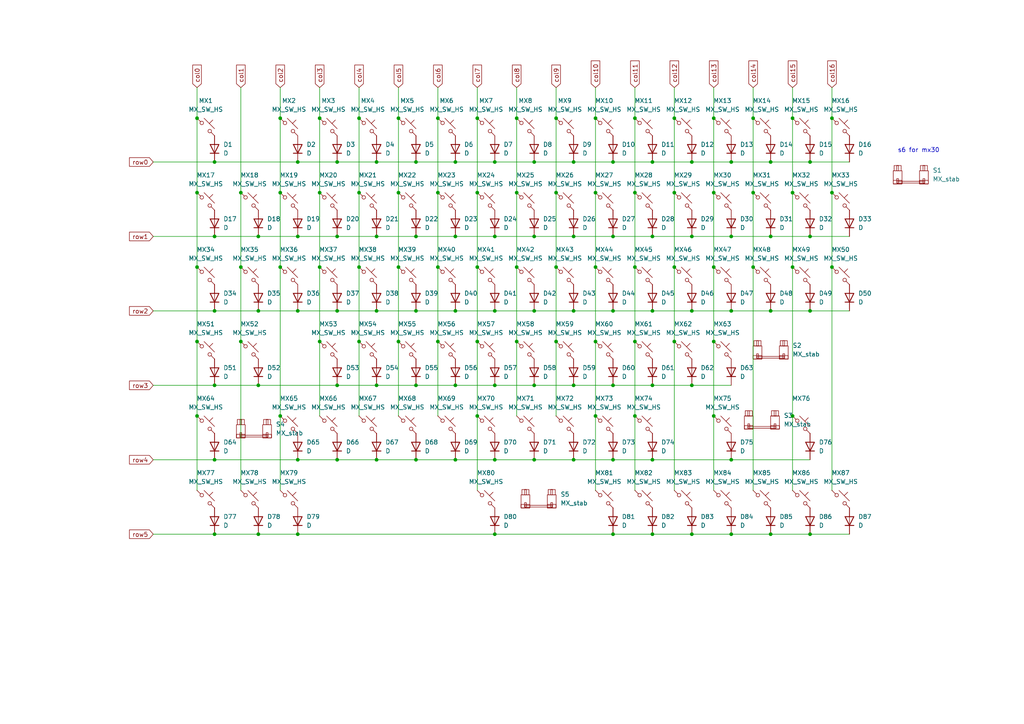
<source format=kicad_sch>
(kicad_sch (version 20231120) (generator "eeschema") (generator_version "8.0")
  (paper "A4")
  (junction (at 149.86 77.47))
  (junction (at 104.14 99.06))
  (junction (at 109.22 111.76))
  (junction (at 143.51 154.94))
  (junction (at 212.09 90.17))
  (junction (at 195.58 34.29))
  (junction (at 154.94 111.76))
  (junction (at 127 34.29))
  (junction (at 143.51 90.17))
  (junction (at 172.72 55.88))
  (junction (at 104.14 55.88))
  (junction (at 184.15 55.88))
  (junction (at 57.15 120.65))
  (junction (at 104.14 77.47))
  (junction (at 109.22 46.99))
  (junction (at 177.8 111.76))
  (junction (at 127 99.06))
  (junction (at 218.44 34.29))
  (junction (at 195.58 99.06))
  (junction (at 189.23 46.99))
  (junction (at 62.23 111.76))
  (junction (at 172.72 120.65))
  (junction (at 177.8 68.58))
  (junction (at 207.01 55.88))
  (junction (at 92.71 34.29))
  (junction (at 97.79 111.76))
  (junction (at 143.51 133.35))
  (junction (at 195.58 55.88))
  (junction (at 229.87 34.29))
  (junction (at 92.71 99.06))
  (junction (at 92.71 55.88))
  (junction (at 229.87 77.47))
  (junction (at 234.95 68.58))
  (junction (at 154.94 90.17))
  (junction (at 86.36 68.58))
  (junction (at 166.37 90.17))
  (junction (at 207.01 99.06))
  (junction (at 177.8 133.35))
  (junction (at 132.08 133.35))
  (junction (at 161.29 55.88))
  (junction (at 207.01 120.65))
  (junction (at 200.66 154.94))
  (junction (at 223.52 46.99))
  (junction (at 120.65 90.17))
  (junction (at 166.37 68.58))
  (junction (at 120.65 46.99))
  (junction (at 143.51 46.99))
  (junction (at 184.15 120.65))
  (junction (at 177.8 154.94))
  (junction (at 97.79 90.17))
  (junction (at 184.15 77.47))
  (junction (at 200.66 46.99))
  (junction (at 241.3 34.29))
  (junction (at 207.01 77.47))
  (junction (at 212.09 133.35))
  (junction (at 223.52 154.94))
  (junction (at 57.15 34.29))
  (junction (at 154.94 68.58))
  (junction (at 138.43 99.06))
  (junction (at 177.8 46.99))
  (junction (at 241.3 55.88))
  (junction (at 81.28 120.65))
  (junction (at 81.28 77.47))
  (junction (at 57.15 99.06))
  (junction (at 200.66 90.17))
  (junction (at 62.23 133.35))
  (junction (at 62.23 46.99))
  (junction (at 109.22 133.35))
  (junction (at 86.36 46.99))
  (junction (at 218.44 55.88))
  (junction (at 109.22 68.58))
  (junction (at 132.08 90.17))
  (junction (at 92.71 77.47))
  (junction (at 212.09 154.94))
  (junction (at 132.08 111.76))
  (junction (at 138.43 55.88))
  (junction (at 161.29 99.06))
  (junction (at 149.86 55.88))
  (junction (at 74.93 68.58))
  (junction (at 97.79 46.99))
  (junction (at 86.36 90.17))
  (junction (at 154.94 46.99))
  (junction (at 166.37 46.99))
  (junction (at 218.44 77.47))
  (junction (at 229.87 120.65))
  (junction (at 120.65 68.58))
  (junction (at 97.79 133.35))
  (junction (at 127 55.88))
  (junction (at 172.72 99.06))
  (junction (at 229.87 55.88))
  (junction (at 200.66 111.76))
  (junction (at 149.86 34.29))
  (junction (at 81.28 55.88))
  (junction (at 86.36 154.94))
  (junction (at 115.57 34.29))
  (junction (at 149.86 99.06))
  (junction (at 69.85 77.47))
  (junction (at 166.37 133.35))
  (junction (at 57.15 55.88))
  (junction (at 132.08 46.99))
  (junction (at 115.57 99.06))
  (junction (at 120.65 111.76))
  (junction (at 104.14 34.29))
  (junction (at 189.23 111.76))
  (junction (at 234.95 154.94))
  (junction (at 234.95 46.99))
  (junction (at 154.94 133.35))
  (junction (at 57.15 77.47))
  (junction (at 138.43 34.29))
  (junction (at 74.93 90.17))
  (junction (at 189.23 68.58))
  (junction (at 223.52 90.17))
  (junction (at 166.37 111.76))
  (junction (at 161.29 34.29))
  (junction (at 86.36 133.35))
  (junction (at 62.23 90.17))
  (junction (at 69.85 99.06))
  (junction (at 109.22 90.17))
  (junction (at 74.93 111.76))
  (junction (at 189.23 154.94))
  (junction (at 184.15 34.29))
  (junction (at 62.23 154.94))
  (junction (at 177.8 90.17))
  (junction (at 138.43 77.47))
  (junction (at 212.09 46.99))
  (junction (at 138.43 120.65))
  (junction (at 74.93 154.94))
  (junction (at 161.29 77.47))
  (junction (at 207.01 34.29))
  (junction (at 212.09 68.58))
  (junction (at 62.23 68.58))
  (junction (at 120.65 133.35))
  (junction (at 189.23 90.17))
  (junction (at 69.85 55.88))
  (junction (at 189.23 133.35))
  (junction (at 97.79 68.58))
  (junction (at 172.72 34.29))
  (junction (at 172.72 77.47))
  (junction (at 115.57 77.47))
  (junction (at 223.52 68.58))
  (junction (at 132.08 68.58))
  (junction (at 143.51 111.76))
  (junction (at 143.51 68.58))
  (junction (at 127 77.47))
  (junction (at 115.57 55.88))
  (junction (at 81.28 34.29))
  (junction (at 184.15 99.06))
  (junction (at 200.66 68.58))
  (junction (at 195.58 77.47))
  (junction (at 241.3 77.47))
  (junction (at 234.95 90.17))
  (wire (pts (xy 115.57 99.06) (xy 115.57 120.65)))
  (wire (pts (xy 177.8 154.94) (xy 189.23 154.94)))
  (wire (pts (xy 149.86 25.4) (xy 149.86 34.29)))
  (wire (pts (xy 44.45 133.35) (xy 62.23 133.35)))
  (wire (pts (xy 138.43 55.88) (xy 138.43 77.47)))
  (wire (pts (xy 212.09 154.94) (xy 223.52 154.94)))
  (wire (pts (xy 57.15 142.24) (xy 57.15 120.65)))
  (wire (pts (xy 57.15 120.65) (xy 57.15 99.06)))
  (wire (pts (xy 207.01 34.29) (xy 207.01 55.88)))
  (wire (pts (xy 177.8 68.58) (xy 189.23 68.58)))
  (wire (pts (xy 166.37 111.76) (xy 177.8 111.76)))
  (wire (pts (xy 74.93 154.94) (xy 86.36 154.94)))
  (wire (pts (xy 229.87 120.65) (xy 229.87 142.24)))
  (wire (pts (xy 195.58 99.06) (xy 195.58 77.47)))
  (wire (pts (xy 120.65 111.76) (xy 132.08 111.76)))
  (wire (pts (xy 195.58 55.88) (xy 195.58 34.29)))
  (wire (pts (xy 69.85 99.06) (xy 69.85 142.24)))
  (wire (pts (xy 62.23 154.94) (xy 74.93 154.94)))
  (wire (pts (xy 132.08 46.99) (xy 143.51 46.99)))
  (wire (pts (xy 74.93 90.17) (xy 86.36 90.17)))
  (wire (pts (xy 223.52 154.94) (xy 234.95 154.94)))
  (wire (pts (xy 109.22 90.17) (xy 120.65 90.17)))
  (wire (pts (xy 223.52 68.58) (xy 234.95 68.58)))
  (wire (pts (xy 109.22 111.76) (xy 120.65 111.76)))
  (wire (pts (xy 189.23 154.94) (xy 200.66 154.94)))
  (wire (pts (xy 62.23 111.76) (xy 74.93 111.76)))
  (wire (pts (xy 92.71 77.47) (xy 92.71 99.06)))
  (wire (pts (xy 161.29 55.88) (xy 161.29 77.47)))
  (wire (pts (xy 234.95 90.17) (xy 246.38 90.17)))
  (wire (pts (xy 234.95 46.99) (xy 246.38 46.99)))
  (wire (pts (xy 97.79 68.58) (xy 109.22 68.58)))
  (wire (pts (xy 138.43 25.4) (xy 138.43 34.29)))
  (wire (pts (xy 207.01 99.06) (xy 207.01 120.65)))
  (wire (pts (xy 92.71 99.06) (xy 92.71 120.65)))
  (wire (pts (xy 104.14 120.65) (xy 104.14 99.06)))
  (wire (pts (xy 92.71 25.4) (xy 92.71 34.29)))
  (wire (pts (xy 161.29 34.29) (xy 161.29 55.88)))
  (wire (pts (xy 97.79 90.17) (xy 109.22 90.17)))
  (wire (pts (xy 44.45 46.99) (xy 62.23 46.99)))
  (wire (pts (xy 86.36 46.99) (xy 97.79 46.99)))
  (wire (pts (xy 149.86 99.06) (xy 149.86 77.47)))
  (wire (pts (xy 143.51 68.58) (xy 154.94 68.58)))
  (wire (pts (xy 229.87 34.29) (xy 229.87 55.88)))
  (wire (pts (xy 241.3 77.47) (xy 241.3 142.24)))
  (wire (pts (xy 57.15 99.06) (xy 57.15 77.47)))
  (wire (pts (xy 127 55.88) (xy 127 77.47)))
  (wire (pts (xy 143.51 154.94) (xy 177.8 154.94)))
  (wire (pts (xy 207.01 55.88) (xy 207.01 77.47)))
  (wire (pts (xy 207.01 25.4) (xy 207.01 34.29)))
  (wire (pts (xy 143.51 90.17) (xy 154.94 90.17)))
  (wire (pts (xy 62.23 46.99) (xy 86.36 46.99)))
  (wire (pts (xy 81.28 25.4) (xy 81.28 34.29)))
  (wire (pts (xy 81.28 55.88) (xy 81.28 34.29)))
  (wire (pts (xy 195.58 25.4) (xy 195.58 34.29)))
  (wire (pts (xy 62.23 133.35) (xy 86.36 133.35)))
  (wire (pts (xy 127 25.4) (xy 127 34.29)))
  (wire (pts (xy 218.44 55.88) (xy 218.44 34.29)))
  (wire (pts (xy 229.87 55.88) (xy 229.87 77.47)))
  (wire (pts (xy 189.23 111.76) (xy 200.66 111.76)))
  (wire (pts (xy 74.93 111.76) (xy 97.79 111.76)))
  (wire (pts (xy 172.72 77.47) (xy 172.72 55.88)))
  (wire (pts (xy 104.14 55.88) (xy 104.14 34.29)))
  (wire (pts (xy 218.44 77.47) (xy 218.44 142.24)))
  (wire (pts (xy 109.22 46.99) (xy 120.65 46.99)))
  (wire (pts (xy 132.08 68.58) (xy 143.51 68.58)))
  (wire (pts (xy 69.85 77.47) (xy 69.85 99.06)))
  (wire (pts (xy 57.15 34.29) (xy 57.15 55.88)))
  (wire (pts (xy 223.52 90.17) (xy 234.95 90.17)))
  (wire (pts (xy 44.45 90.17) (xy 62.23 90.17)))
  (wire (pts (xy 166.37 68.58) (xy 177.8 68.58)))
  (wire (pts (xy 69.85 25.4) (xy 69.85 55.88)))
  (wire (pts (xy 138.43 99.06) (xy 138.43 120.65)))
  (wire (pts (xy 189.23 46.99) (xy 200.66 46.99)))
  (wire (pts (xy 218.44 25.4) (xy 218.44 34.29)))
  (wire (pts (xy 172.72 120.65) (xy 172.72 99.06)))
  (wire (pts (xy 115.57 34.29) (xy 115.57 55.88)))
  (wire (pts (xy 62.23 90.17) (xy 74.93 90.17)))
  (wire (pts (xy 200.66 111.76) (xy 212.09 111.76)))
  (wire (pts (xy 81.28 77.47) (xy 81.28 120.65)))
  (wire (pts (xy 143.51 111.76) (xy 154.94 111.76)))
  (wire (pts (xy 120.65 46.99) (xy 132.08 46.99)))
  (wire (pts (xy 184.15 55.88) (xy 184.15 77.47)))
  (wire (pts (xy 143.51 46.99) (xy 154.94 46.99)))
  (wire (pts (xy 229.87 77.47) (xy 229.87 120.65)))
  (wire (pts (xy 218.44 77.47) (xy 218.44 55.88)))
  (wire (pts (xy 138.43 120.65) (xy 138.43 142.24)))
  (wire (pts (xy 166.37 46.99) (xy 177.8 46.99)))
  (wire (pts (xy 172.72 55.88) (xy 172.72 34.29)))
  (wire (pts (xy 109.22 68.58) (xy 120.65 68.58)))
  (wire (pts (xy 234.95 154.94) (xy 246.38 154.94)))
  (wire (pts (xy 184.15 120.65) (xy 184.15 142.24)))
  (wire (pts (xy 189.23 90.17) (xy 200.66 90.17)))
  (wire (pts (xy 81.28 142.24) (xy 81.28 120.65)))
  (wire (pts (xy 200.66 68.58) (xy 212.09 68.58)))
  (wire (pts (xy 241.3 55.88) (xy 241.3 77.47)))
  (wire (pts (xy 44.45 154.94) (xy 62.23 154.94)))
  (wire (pts (xy 234.95 68.58) (xy 246.38 68.58)))
  (wire (pts (xy 74.93 68.58) (xy 86.36 68.58)))
  (wire (pts (xy 161.29 25.4) (xy 161.29 34.29)))
  (wire (pts (xy 86.36 90.17) (xy 97.79 90.17)))
  (wire (pts (xy 132.08 133.35) (xy 143.51 133.35)))
  (wire (pts (xy 149.86 55.88) (xy 149.86 34.29)))
  (wire (pts (xy 120.65 68.58) (xy 132.08 68.58)))
  (wire (pts (xy 97.79 133.35) (xy 109.22 133.35)))
  (wire (pts (xy 115.57 55.88) (xy 115.57 77.47)))
  (wire (pts (xy 200.66 46.99) (xy 212.09 46.99)))
  (wire (pts (xy 200.66 154.94) (xy 212.09 154.94)))
  (wire (pts (xy 92.71 55.88) (xy 92.71 77.47)))
  (wire (pts (xy 189.23 68.58) (xy 200.66 68.58)))
  (wire (pts (xy 127 34.29) (xy 127 55.88)))
  (wire (pts (xy 92.71 34.29) (xy 92.71 55.88)))
  (wire (pts (xy 149.86 77.47) (xy 149.86 55.88)))
  (wire (pts (xy 44.45 111.76) (xy 62.23 111.76)))
  (wire (pts (xy 127 99.06) (xy 127 120.65)))
  (wire (pts (xy 86.36 68.58) (xy 97.79 68.58)))
  (wire (pts (xy 104.14 77.47) (xy 104.14 55.88)))
  (wire (pts (xy 154.94 68.58) (xy 166.37 68.58)))
  (wire (pts (xy 69.85 55.88) (xy 69.85 77.47)))
  (wire (pts (xy 166.37 90.17) (xy 177.8 90.17)))
  (wire (pts (xy 109.22 133.35) (xy 120.65 133.35)))
  (wire (pts (xy 200.66 90.17) (xy 212.09 90.17)))
  (wire (pts (xy 172.72 142.24) (xy 172.72 120.65)))
  (wire (pts (xy 172.72 99.06) (xy 172.72 77.47)))
  (wire (pts (xy 115.57 77.47) (xy 115.57 99.06)))
  (wire (pts (xy 229.87 25.4) (xy 229.87 34.29)))
  (wire (pts (xy 86.36 133.35) (xy 97.79 133.35)))
  (wire (pts (xy 207.01 120.65) (xy 207.01 142.24)))
  (wire (pts (xy 177.8 133.35) (xy 189.23 133.35)))
  (wire (pts (xy 184.15 99.06) (xy 184.15 120.65)))
  (wire (pts (xy 161.29 99.06) (xy 161.29 120.65)))
  (wire (pts (xy 184.15 77.47) (xy 184.15 99.06)))
  (wire (pts (xy 195.58 99.06) (xy 195.58 142.24)))
  (wire (pts (xy 132.08 111.76) (xy 143.51 111.76)))
  (wire (pts (xy 189.23 133.35) (xy 212.09 133.35)))
  (wire (pts (xy 177.8 90.17) (xy 189.23 90.17)))
  (wire (pts (xy 212.09 46.99) (xy 223.52 46.99)))
  (wire (pts (xy 154.94 111.76) (xy 166.37 111.76)))
  (wire (pts (xy 97.79 46.99) (xy 109.22 46.99)))
  (wire (pts (xy 149.86 120.65) (xy 149.86 99.06)))
  (wire (pts (xy 57.15 25.4) (xy 57.15 34.29)))
  (wire (pts (xy 143.51 133.35) (xy 154.94 133.35)))
  (wire (pts (xy 120.65 133.35) (xy 132.08 133.35)))
  (wire (pts (xy 138.43 34.29) (xy 138.43 55.88)))
  (wire (pts (xy 120.65 90.17) (xy 132.08 90.17)))
  (wire (pts (xy 97.79 111.76) (xy 109.22 111.76)))
  (wire (pts (xy 212.09 133.35) (xy 234.95 133.35)))
  (wire (pts (xy 166.37 133.35) (xy 177.8 133.35)))
  (wire (pts (xy 184.15 25.4) (xy 184.15 34.29)))
  (wire (pts (xy 138.43 77.47) (xy 138.43 99.06)))
  (wire (pts (xy 127 77.47) (xy 127 99.06)))
  (wire (pts (xy 212.09 90.17) (xy 223.52 90.17)))
  (wire (pts (xy 223.52 46.99) (xy 234.95 46.99)))
  (wire (pts (xy 81.28 77.47) (xy 81.28 55.88)))
  (wire (pts (xy 161.29 77.47) (xy 161.29 99.06)))
  (wire (pts (xy 195.58 77.47) (xy 195.58 55.88)))
  (wire (pts (xy 86.36 154.94) (xy 143.51 154.94)))
  (wire (pts (xy 154.94 46.99) (xy 166.37 46.99)))
  (wire (pts (xy 104.14 99.06) (xy 104.14 77.47)))
  (wire (pts (xy 57.15 77.47) (xy 57.15 55.88)))
  (wire (pts (xy 184.15 34.29) (xy 184.15 55.88)))
  (wire (pts (xy 212.09 68.58) (xy 223.52 68.58)))
  (wire (pts (xy 154.94 90.17) (xy 166.37 90.17)))
  (wire (pts (xy 62.23 68.58) (xy 74.93 68.58)))
  (wire (pts (xy 104.14 25.4) (xy 104.14 34.29)))
  (wire (pts (xy 132.08 90.17) (xy 143.51 90.17)))
  (wire (pts (xy 207.01 77.47) (xy 207.01 99.06)))
  (wire (pts (xy 44.45 68.58) (xy 62.23 68.58)))
  (wire (pts (xy 177.8 46.99) (xy 189.23 46.99)))
  (wire (pts (xy 115.57 25.4) (xy 115.57 34.29)))
  (wire (pts (xy 172.72 25.4) (xy 172.72 34.29)))
  (wire (pts (xy 177.8 111.76) (xy 189.23 111.76)))
  (wire (pts (xy 241.3 34.29) (xy 241.3 55.88)))
  (wire (pts (xy 154.94 133.35) (xy 166.37 133.35)))
  (wire (pts (xy 241.3 25.4) (xy 241.3 34.29)))
  (text "s6 for mx30\n" (at 266.446 43.688 0) (effects (font (size 1.27 1.27))))
  (global_label "col2" (shape input) (at 81.28 25.4 90) (property "Intersheetrefs" "${INTERSHEET_REFS}" (effects (hide yes))))
  (global_label "col6" (shape input) (at 127 25.4 90) (property "Intersheetrefs" "${INTERSHEET_REFS}" (effects (hide yes))))
  (global_label "col15" (shape input) (at 229.87 25.4 90) (property "Intersheetrefs" "${INTERSHEET_REFS}" (effects (hide yes))))
  (global_label "col5" (shape input) (at 115.57 25.4 90) (property "Intersheetrefs" "${INTERSHEET_REFS}" (effects (hide yes))))
  (global_label "col7" (shape input) (at 138.43 25.4 90) (property "Intersheetrefs" "${INTERSHEET_REFS}" (effects (hide yes))))
  (global_label "col12" (shape input) (at 195.58 25.4 90) (property "Intersheetrefs" "${INTERSHEET_REFS}" (effects (hide yes))))
  (global_label "col13" (shape input) (at 207.01 25.4 90) (property "Intersheetrefs" "${INTERSHEET_REFS}" (effects (hide yes))))
  (global_label "row1" (shape input) (at 44.45 68.58 180) (property "Intersheetrefs" "${INTERSHEET_REFS}" (effects (hide yes))))
  (global_label "row5" (shape input) (at 44.45 154.94 180) (property "Intersheetrefs" "${INTERSHEET_REFS}" (effects (hide yes))))
  (global_label "col8" (shape input) (at 149.86 25.4 90) (property "Intersheetrefs" "${INTERSHEET_REFS}" (effects (hide yes))))
  (global_label "row2" (shape input) (at 44.45 90.17 180) (property "Intersheetrefs" "${INTERSHEET_REFS}" (effects (hide yes))))
  (global_label "col14" (shape input) (at 218.44 25.4 90) (property "Intersheetrefs" "${INTERSHEET_REFS}" (effects (hide yes))))
  (global_label "col3" (shape input) (at 92.71 25.4 90) (property "Intersheetrefs" "${INTERSHEET_REFS}" (effects (hide yes))))
  (global_label "row0" (shape input) (at 44.45 46.99 180) (property "Intersheetrefs" "${INTERSHEET_REFS}" (effects (hide yes))))
  (global_label "col10" (shape input) (at 172.72 25.4 90) (property "Intersheetrefs" "${INTERSHEET_REFS}" (effects (hide yes))))
  (global_label "col1" (shape input) (at 69.85 25.4 90) (property "Intersheetrefs" "${INTERSHEET_REFS}" (effects (hide yes))))
  (global_label "col11" (shape input) (at 184.15 25.4 90) (property "Intersheetrefs" "${INTERSHEET_REFS}" (effects (hide yes))))
  (global_label "row3" (shape input) (at 44.45 111.76 180) (property "Intersheetrefs" "${INTERSHEET_REFS}" (effects (hide yes))))
  (global_label "col4" (shape input) (at 104.14 25.4 90) (property "Intersheetrefs" "${INTERSHEET_REFS}" (effects (hide yes))))
  (global_label "row4" (shape input) (at 44.45 133.35 180) (property "Intersheetrefs" "${INTERSHEET_REFS}" (effects (hide yes))))
  (global_label "col9" (shape input) (at 161.29 25.4 90) (property "Intersheetrefs" "${INTERSHEET_REFS}" (effects (hide yes))))
  (global_label "col16" (shape input) (at 241.3 25.4 90) (property "Intersheetrefs" "${INTERSHEET_REFS}" (effects (hide yes))))
  (global_label "col0" (shape input) (at 57.15 25.4 90) (property "Intersheetrefs" "${INTERSHEET_REFS}" (effects (hide yes))))
  (symbol (lib_id "Device:D") (at 166.37 107.95 90) (unit 1)
    (property "Reference" "D59" (at 168.91 106.6799 90) (effects (justify right)))
    (property "Value" "D" (at 168.91 109.2199 90) (effects (justify right)))
    (property "Footprint" "Diode_SMD:D_SOD-123" (effects (hide yes)))
    (property "Description" "Diode" (effects (hide yes)))
    (property "Sim.Device" "D" (effects (hide yes)))
    (property "Sim.Pins" "1=K 2=A" (effects (hide yes)))
  )
  (symbol (lib_id "PCM_marbastlib-mx:MX_SW_HS_CPG151101S11") (at 95.25 80.01 0) (unit 1)
    (property "Reference" "MX37" (at 95.25 72.39 0))
    (property "Value" "MX_SW_HS" (at 95.25 74.93 0))
    (property "Footprint" "PCM_marbastlib-mx:SW_MX_HS_CPG151101S11_1u" (effects (hide yes)))
    (property "Description" "Push button switch, normally open, two pins, 45° tilted, Kailh CPG151101S11 for Cherry MX style switches" (effects (hide yes)))
  )
  (symbol (lib_id "Device:D") (at 132.08 86.36 90) (unit 1)
    (property "Reference" "D40" (at 134.62 85.0899 90) (effects (justify right)))
    (property "Value" "D" (at 134.62 87.6299 90) (effects (justify right)))
    (property "Footprint" "Diode_SMD:D_SOD-123" (effects (hide yes)))
    (property "Description" "Diode" (effects (hide yes)))
    (property "Sim.Device" "D" (effects (hide yes)))
    (property "Sim.Pins" "1=K 2=A" (effects (hide yes)))
  )
  (symbol (lib_id "PCM_marbastlib-mx:MX_SW_HS_CPG151101S11") (at 72.39 58.42 0) (unit 1)
    (property "Reference" "MX18" (at 72.39 50.8 0))
    (property "Value" "MX_SW_HS" (at 72.39 53.34 0))
    (property "Footprint" "PCM_marbastlib-mx:SW_MX_HS_CPG151101S11_1u" (effects (hide yes)))
    (property "Description" "Push button switch, normally open, two pins, 45° tilted, Kailh CPG151101S11 for Cherry MX style switches" (effects (hide yes)))
  )
  (symbol (lib_id "PCM_marbastlib-mx:MX_SW_HS_CPG151101S11") (at 83.82 58.42 0) (unit 1)
    (property "Reference" "MX19" (at 83.82 50.8 0))
    (property "Value" "MX_SW_HS" (at 83.82 53.34 0))
    (property "Footprint" "PCM_marbastlib-mx:SW_MX_HS_CPG151101S11_1u" (effects (hide yes)))
    (property "Description" "Push button switch, normally open, two pins, 45° tilted, Kailh CPG151101S11 for Cherry MX style switches" (effects (hide yes)))
  )
  (symbol (lib_id "PCM_marbastlib-mx:MX_SW_HS_CPG151101S11") (at 175.26 58.42 0) (unit 1)
    (property "Reference" "MX27" (at 175.26 50.8 0))
    (property "Value" "MX_SW_HS" (at 175.26 53.34 0))
    (property "Footprint" "PCM_marbastlib-mx:SW_MX_HS_CPG151101S11_1u" (effects (hide yes)))
    (property "Description" "Push button switch, normally open, two pins, 45° tilted, Kailh CPG151101S11 for Cherry MX style switches" (effects (hide yes)))
  )
  (symbol (lib_id "PCM_marbastlib-mx:MX_SW_HS_CPG151101S11") (at 83.82 144.78 0) (unit 1)
    (property "Reference" "MX79" (at 83.82 137.16 0))
    (property "Value" "MX_SW_HS" (at 83.82 139.7 0))
    (property "Footprint" "PCM_marbastlib-mx:SW_MX_HS_CPG151101S11_1u" (effects (hide yes)))
    (property "Description" "Push button switch, normally open, two pins, 45° tilted, Kailh CPG151101S11 for Cherry MX style switches" (effects (hide yes)))
  )
  (symbol (lib_id "Device:D") (at 62.23 107.95 90) (unit 1)
    (property "Reference" "D51" (at 64.77 106.6799 90) (effects (justify right)))
    (property "Value" "D" (at 64.77 109.2199 90) (effects (justify right)))
    (property "Footprint" "Diode_SMD:D_SOD-123" (effects (hide yes)))
    (property "Description" "Diode" (effects (hide yes)))
    (property "Sim.Device" "D" (effects (hide yes)))
    (property "Sim.Pins" "1=K 2=A" (effects (hide yes)))
  )
  (symbol (lib_id "PCM_marbastlib-mx:MX_SW_HS_CPG151101S11") (at 72.39 144.78 0) (unit 1)
    (property "Reference" "MX78" (at 72.39 137.16 0))
    (property "Value" "MX_SW_HS" (at 72.39 139.7 0))
    (property "Footprint" "PCM_marbastlib-mx:SW_MX_HS_CPG151101S11_1u" (effects (hide yes)))
    (property "Description" "Push button switch, normally open, two pins, 45° tilted, Kailh CPG151101S11 for Cherry MX style switches" (effects (hide yes)))
  )
  (symbol (lib_id "Device:D") (at 212.09 129.54 90) (unit 1)
    (property "Reference" "D75" (at 214.63 128.2699 90) (effects (justify right)))
    (property "Value" "D" (at 214.63 130.8099 90) (effects (justify right)))
    (property "Footprint" "Diode_SMD:D_SOD-123" (effects (hide yes)))
    (property "Description" "Diode" (effects (hide yes)))
    (property "Sim.Device" "D" (effects (hide yes)))
    (property "Sim.Pins" "1=K 2=A" (effects (hide yes)))
  )
  (symbol (lib_id "Device:D") (at 97.79 107.95 90) (unit 1)
    (property "Reference" "D53" (at 100.33 106.6799 90) (effects (justify right)))
    (property "Value" "D" (at 100.33 109.2199 90) (effects (justify right)))
    (property "Footprint" "Diode_SMD:D_SOD-123" (effects (hide yes)))
    (property "Description" "Diode" (effects (hide yes)))
    (property "Sim.Device" "D" (effects (hide yes)))
    (property "Sim.Pins" "1=K 2=A" (effects (hide yes)))
  )
  (symbol (lib_id "Device:D") (at 86.36 151.13 90) (unit 1)
    (property "Reference" "D79" (at 88.9 149.8599 90) (effects (justify right)))
    (property "Value" "D" (at 88.9 152.3999 90) (effects (justify right)))
    (property "Footprint" "Diode_SMD:D_SOD-123" (effects (hide yes)))
    (property "Description" "Diode" (effects (hide yes)))
    (property "Sim.Device" "D" (effects (hide yes)))
    (property "Sim.Pins" "1=K 2=A" (effects (hide yes)))
  )
  (symbol (lib_id "PCM_marbastlib-mx:MX_SW_HS_CPG151101S11") (at 152.4 58.42 0) (unit 1)
    (property "Reference" "MX25" (at 152.4 50.8 0))
    (property "Value" "MX_SW_HS" (at 152.4 53.34 0))
    (property "Footprint" "PCM_marbastlib-mx:SW_MX_HS_CPG151101S11_1u" (effects (hide yes)))
    (property "Description" "Push button switch, normally open, two pins, 45° tilted, Kailh CPG151101S11 for Cherry MX style switches" (effects (hide yes)))
  )
  (symbol (lib_id "PCM_marbastlib-mx:MX_SW_HS_CPG151101S11") (at 140.97 36.83 0) (unit 1)
    (property "Reference" "MX7" (at 140.97 29.21 0))
    (property "Value" "MX_SW_HS" (at 140.97 31.75 0))
    (property "Footprint" "PCM_marbastlib-mx:SW_MX_HS_CPG151101S11_1u" (effects (hide yes)))
    (property "Description" "Push button switch, normally open, two pins, 45° tilted, Kailh CPG151101S11 for Cherry MX style switches" (effects (hide yes)))
  )
  (symbol (lib_id "PCM_marbastlib-mx:MX_stab") (at 73.66 124.46 0) (unit 1)
    (property "Reference" "S4" (at 80.01 123.0629 0) (effects (justify left)))
    (property "Value" "MX_stab" (at 80.01 125.6029 0) (effects (justify left)))
    (property "Footprint" "PCM_marbastlib-mx:STAB_MX_P_2.25u" (effects (hide yes)))
    (property "Description" "Cherry MX-style stabilizer" (effects (hide yes)))
  )
  (symbol (lib_id "PCM_marbastlib-mx:MX_SW_HS_CPG151101S11") (at 152.4 101.6 0) (unit 1)
    (property "Reference" "MX58" (at 152.4 93.98 0))
    (property "Value" "MX_SW_HS" (at 152.4 96.52 0))
    (property "Footprint" "PCM_marbastlib-mx:SW_MX_HS_CPG151101S11_1u" (effects (hide yes)))
    (property "Description" "Push button switch, normally open, two pins, 45° tilted, Kailh CPG151101S11 for Cherry MX style switches" (effects (hide yes)))
  )
  (symbol (lib_id "PCM_marbastlib-mx:MX_SW_HS_CPG151101S11") (at 72.39 101.6 0) (unit 1)
    (property "Reference" "MX52" (at 72.39 93.98 0))
    (property "Value" "MX_SW_HS" (at 72.39 96.52 0))
    (property "Footprint" "PCM_marbastlib-mx:SW_MX_HS_CPG151101S11_1u" (effects (hide yes)))
    (property "Description" "Push button switch, normally open, two pins, 45° tilted, Kailh CPG151101S11 for Cherry MX style switches" (effects (hide yes)))
  )
  (symbol (lib_id "Device:D") (at 189.23 129.54 90) (unit 1)
    (property "Reference" "D74" (at 191.77 128.2699 90) (effects (justify right)))
    (property "Value" "D" (at 191.77 130.8099 90) (effects (justify right)))
    (property "Footprint" "Diode_SMD:D_SOD-123" (effects (hide yes)))
    (property "Description" "Diode" (effects (hide yes)))
    (property "Sim.Device" "D" (effects (hide yes)))
    (property "Sim.Pins" "1=K 2=A" (effects (hide yes)))
  )
  (symbol (lib_id "Device:D") (at 200.66 107.95 90) (unit 1)
    (property "Reference" "D62" (at 203.2 106.6799 90) (effects (justify right)))
    (property "Value" "D" (at 203.2 109.2199 90) (effects (justify right)))
    (property "Footprint" "Diode_SMD:D_SOD-123" (effects (hide yes)))
    (property "Description" "Diode" (effects (hide yes)))
    (property "Sim.Device" "D" (effects (hide yes)))
    (property "Sim.Pins" "1=K 2=A" (effects (hide yes)))
  )
  (symbol (lib_id "Device:D") (at 86.36 129.54 90) (unit 1)
    (property "Reference" "D65" (at 88.9 128.2699 90) (effects (justify right)))
    (property "Value" "D" (at 88.9 130.8099 90) (effects (justify right)))
    (property "Footprint" "Diode_SMD:D_SOD-123" (effects (hide yes)))
    (property "Description" "Diode" (effects (hide yes)))
    (property "Sim.Device" "D" (effects (hide yes)))
    (property "Sim.Pins" "1=K 2=A" (effects (hide yes)))
  )
  (symbol (lib_id "Device:D") (at 177.8 86.36 90) (unit 1)
    (property "Reference" "D44" (at 180.34 85.0899 90) (effects (justify right)))
    (property "Value" "D" (at 180.34 87.6299 90) (effects (justify right)))
    (property "Footprint" "Diode_SMD:D_SOD-123" (effects (hide yes)))
    (property "Description" "Diode" (effects (hide yes)))
    (property "Sim.Device" "D" (effects (hide yes)))
    (property "Sim.Pins" "1=K 2=A" (effects (hide yes)))
  )
  (symbol (lib_id "PCM_marbastlib-mx:MX_SW_HS_CPG151101S11") (at 59.69 144.78 0) (unit 1)
    (property "Reference" "MX77" (at 59.69 137.16 0))
    (property "Value" "MX_SW_HS" (at 59.69 139.7 0))
    (property "Footprint" "PCM_marbastlib-mx:SW_MX_HS_CPG151101S11_1u" (effects (hide yes)))
    (property "Description" "Push button switch, normally open, two pins, 45° tilted, Kailh CPG151101S11 for Cherry MX style switches" (effects (hide yes)))
  )
  (symbol (lib_id "PCM_marbastlib-mx:MX_SW_HS_CPG151101S11") (at 140.97 58.42 0) (unit 1)
    (property "Reference" "MX24" (at 140.97 50.8 0))
    (property "Value" "MX_SW_HS" (at 140.97 53.34 0))
    (property "Footprint" "PCM_marbastlib-mx:SW_MX_HS_CPG151101S11_1u" (effects (hide yes)))
    (property "Description" "Push button switch, normally open, two pins, 45° tilted, Kailh CPG151101S11 for Cherry MX style switches" (effects (hide yes)))
  )
  (symbol (lib_id "Device:D") (at 74.93 86.36 90) (unit 1)
    (property "Reference" "D35" (at 77.47 85.0899 90) (effects (justify right)))
    (property "Value" "D" (at 77.47 87.6299 90) (effects (justify right)))
    (property "Footprint" "Diode_SMD:D_SOD-123" (effects (hide yes)))
    (property "Description" "Diode" (effects (hide yes)))
    (property "Sim.Device" "D" (effects (hide yes)))
    (property "Sim.Pins" "1=K 2=A" (effects (hide yes)))
  )
  (symbol (lib_id "Device:D") (at 154.94 86.36 90) (unit 1)
    (property "Reference" "D42" (at 157.48 85.0899 90) (effects (justify right)))
    (property "Value" "D" (at 157.48 87.6299 90) (effects (justify right)))
    (property "Footprint" "Diode_SMD:D_SOD-123" (effects (hide yes)))
    (property "Description" "Diode" (effects (hide yes)))
    (property "Sim.Device" "D" (effects (hide yes)))
    (property "Sim.Pins" "1=K 2=A" (effects (hide yes)))
  )
  (symbol (lib_id "Device:D") (at 109.22 64.77 90) (unit 1)
    (property "Reference" "D21" (at 111.76 63.4999 90) (effects (justify right)))
    (property "Value" "D" (at 111.76 66.0399 90) (effects (justify right)))
    (property "Footprint" "Diode_SMD:D_SOD-123" (effects (hide yes)))
    (property "Description" "Diode" (effects (hide yes)))
    (property "Sim.Device" "D" (effects (hide yes)))
    (property "Sim.Pins" "1=K 2=A" (effects (hide yes)))
  )
  (symbol (lib_id "PCM_marbastlib-mx:MX_SW_HS_CPG151101S11") (at 175.26 123.19 0) (unit 1)
    (property "Reference" "MX73" (at 175.26 115.57 0))
    (property "Value" "MX_SW_HS" (at 175.26 118.11 0))
    (property "Footprint" "PCM_marbastlib-mx:SW_MX_HS_CPG151101S11_1u" (effects (hide yes)))
    (property "Description" "Push button switch, normally open, two pins, 45° tilted, Kailh CPG151101S11 for Cherry MX style switches" (effects (hide yes)))
  )
  (symbol (lib_id "PCM_marbastlib-mx:MX_SW_HS_CPG151101S11") (at 129.54 58.42 0) (unit 1)
    (property "Reference" "MX23" (at 129.54 50.8 0))
    (property "Value" "MX_SW_HS" (at 129.54 53.34 0))
    (property "Footprint" "PCM_marbastlib-mx:SW_MX_HS_CPG151101S11_1u" (effects (hide yes)))
    (property "Description" "Push button switch, normally open, two pins, 45° tilted, Kailh CPG151101S11 for Cherry MX style switches" (effects (hide yes)))
  )
  (symbol (lib_id "PCM_marbastlib-mx:MX_SW_HS_CPG151101S11") (at 106.68 101.6 0) (unit 1)
    (property "Reference" "MX54" (at 106.68 93.98 0))
    (property "Value" "MX_SW_HS" (at 106.68 96.52 0))
    (property "Footprint" "PCM_marbastlib-mx:SW_MX_HS_CPG151101S11_1u" (effects (hide yes)))
    (property "Description" "Push button switch, normally open, two pins, 45° tilted, Kailh CPG151101S11 for Cherry MX style switches" (effects (hide yes)))
  )
  (symbol (lib_id "PCM_marbastlib-mx:MX_SW_HS_CPG151101S11") (at 186.69 144.78 0) (unit 1)
    (property "Reference" "MX82" (at 186.69 137.16 0))
    (property "Value" "MX_SW_HS" (at 186.69 139.7 0))
    (property "Footprint" "PCM_marbastlib-mx:SW_MX_HS_CPG151101S11_1u" (effects (hide yes)))
    (property "Description" "Push button switch, normally open, two pins, 45° tilted, Kailh CPG151101S11 for Cherry MX style switches" (effects (hide yes)))
  )
  (symbol (lib_id "Device:D") (at 200.66 64.77 90) (unit 1)
    (property "Reference" "D29" (at 203.2 63.4999 90) (effects (justify right)))
    (property "Value" "D" (at 203.2 66.0399 90) (effects (justify right)))
    (property "Footprint" "Diode_SMD:D_SOD-123" (effects (hide yes)))
    (property "Description" "Diode" (effects (hide yes)))
    (property "Sim.Device" "D" (effects (hide yes)))
    (property "Sim.Pins" "1=K 2=A" (effects (hide yes)))
  )
  (symbol (lib_id "Device:D") (at 212.09 43.18 90) (unit 1)
    (property "Reference" "D13" (at 214.63 41.9099 90) (effects (justify right)))
    (property "Value" "D" (at 214.63 44.4499 90) (effects (justify right)))
    (property "Footprint" "Diode_SMD:D_SOD-123" (effects (hide yes)))
    (property "Description" "Diode" (effects (hide yes)))
    (property "Sim.Device" "D" (effects (hide yes)))
    (property "Sim.Pins" "1=K 2=A" (effects (hide yes)))
  )
  (symbol (lib_id "Device:D") (at 132.08 64.77 90) (unit 1)
    (property "Reference" "D23" (at 134.62 63.4999 90) (effects (justify right)))
    (property "Value" "D" (at 134.62 66.0399 90) (effects (justify right)))
    (property "Footprint" "Diode_SMD:D_SOD-123" (effects (hide yes)))
    (property "Description" "Diode" (effects (hide yes)))
    (property "Sim.Device" "D" (effects (hide yes)))
    (property "Sim.Pins" "1=K 2=A" (effects (hide yes)))
  )
  (symbol (lib_id "Device:D") (at 223.52 64.77 90) (unit 1)
    (property "Reference" "D31" (at 226.06 63.4999 90) (effects (justify right)))
    (property "Value" "D" (at 226.06 66.0399 90) (effects (justify right)))
    (property "Footprint" "Diode_SMD:D_SOD-123" (effects (hide yes)))
    (property "Description" "Diode" (effects (hide yes)))
    (property "Sim.Device" "D" (effects (hide yes)))
    (property "Sim.Pins" "1=K 2=A" (effects (hide yes)))
  )
  (symbol (lib_id "PCM_marbastlib-mx:MX_SW_HS_CPG151101S11") (at 95.25 58.42 0) (unit 1)
    (property "Reference" "MX20" (at 95.25 50.8 0))
    (property "Value" "MX_SW_HS" (at 95.25 53.34 0))
    (property "Footprint" "PCM_marbastlib-mx:SW_MX_HS_CPG151101S11_1u" (effects (hide yes)))
    (property "Description" "Push button switch, normally open, two pins, 45° tilted, Kailh CPG151101S11 for Cherry MX style switches" (effects (hide yes)))
  )
  (symbol (lib_id "Device:D") (at 109.22 129.54 90) (unit 1)
    (property "Reference" "D67" (at 111.76 128.2699 90) (effects (justify right)))
    (property "Value" "D" (at 111.76 130.8099 90) (effects (justify right)))
    (property "Footprint" "Diode_SMD:D_SOD-123" (effects (hide yes)))
    (property "Description" "Diode" (effects (hide yes)))
    (property "Sim.Device" "D" (effects (hide yes)))
    (property "Sim.Pins" "1=K 2=A" (effects (hide yes)))
  )
  (symbol (lib_id "Device:D") (at 97.79 129.54 90) (unit 1)
    (property "Reference" "D66" (at 100.33 128.2699 90) (effects (justify right)))
    (property "Value" "D" (at 100.33 130.8099 90) (effects (justify right)))
    (property "Footprint" "Diode_SMD:D_SOD-123" (effects (hide yes)))
    (property "Description" "Diode" (effects (hide yes)))
    (property "Sim.Device" "D" (effects (hide yes)))
    (property "Sim.Pins" "1=K 2=A" (effects (hide yes)))
  )
  (symbol (lib_id "PCM_marbastlib-mx:MX_SW_HS_CPG151101S11") (at 106.68 123.19 0) (unit 1)
    (property "Reference" "MX67" (at 106.68 115.57 0))
    (property "Value" "MX_SW_HS" (at 106.68 118.11 0))
    (property "Footprint" "PCM_marbastlib-mx:SW_MX_HS_CPG151101S11_1u" (effects (hide yes)))
    (property "Description" "Push button switch, normally open, two pins, 45° tilted, Kailh CPG151101S11 for Cherry MX style switches" (effects (hide yes)))
  )
  (symbol (lib_id "PCM_marbastlib-mx:MX_SW_HS_CPG151101S11") (at 209.55 101.6 0) (unit 1)
    (property "Reference" "MX63" (at 209.55 93.98 0))
    (property "Value" "MX_SW_HS" (at 209.55 96.52 0))
    (property "Footprint" "PCM_marbastlib-mx:SW_MX_HS_CPG151101S11_1u" (effects (hide yes)))
    (property "Description" "Push button switch, normally open, two pins, 45° tilted, Kailh CPG151101S11 for Cherry MX style switches" (effects (hide yes)))
  )
  (symbol (lib_id "PCM_marbastlib-mx:MX_SW_HS_CPG151101S11") (at 220.98 80.01 0) (unit 1)
    (property "Reference" "MX48" (at 220.98 72.39 0))
    (property "Value" "MX_SW_HS" (at 220.98 74.93 0))
    (property "Footprint" "PCM_marbastlib-mx:SW_MX_HS_CPG151101S11_1u" (effects (hide yes)))
    (property "Description" "Push button switch, normally open, two pins, 45° tilted, Kailh CPG151101S11 for Cherry MX style switches" (effects (hide yes)))
  )
  (symbol (lib_id "Device:D") (at 109.22 107.95 90) (unit 1)
    (property "Reference" "D54" (at 111.76 106.6799 90) (effects (justify right)))
    (property "Value" "D" (at 111.76 109.2199 90) (effects (justify right)))
    (property "Footprint" "Diode_SMD:D_SOD-123" (effects (hide yes)))
    (property "Description" "Diode" (effects (hide yes)))
    (property "Sim.Device" "D" (effects (hide yes)))
    (property "Sim.Pins" "1=K 2=A" (effects (hide yes)))
  )
  (symbol (lib_id "Device:D") (at 62.23 86.36 90) (unit 1)
    (property "Reference" "D34" (at 64.77 85.0899 90) (effects (justify right)))
    (property "Value" "D" (at 64.77 87.6299 90) (effects (justify right)))
    (property "Footprint" "Diode_SMD:D_SOD-123" (effects (hide yes)))
    (property "Description" "Diode" (effects (hide yes)))
    (property "Sim.Device" "D" (effects (hide yes)))
    (property "Sim.Pins" "1=K 2=A" (effects (hide yes)))
  )
  (symbol (lib_id "PCM_marbastlib-mx:MX_SW_HS_CPG151101S11") (at 152.4 80.01 0) (unit 1)
    (property "Reference" "MX42" (at 152.4 72.39 0))
    (property "Value" "MX_SW_HS" (at 152.4 74.93 0))
    (property "Footprint" "PCM_marbastlib-mx:SW_MX_HS_CPG151101S11_1u" (effects (hide yes)))
    (property "Description" "Push button switch, normally open, two pins, 45° tilted, Kailh CPG151101S11 for Cherry MX style switches" (effects (hide yes)))
  )
  (symbol (lib_id "PCM_marbastlib-mx:MX_SW_HS_CPG151101S11") (at 118.11 58.42 0) (unit 1)
    (property "Reference" "MX22" (at 118.11 50.8 0))
    (property "Value" "MX_SW_HS" (at 118.11 53.34 0))
    (property "Footprint" "PCM_marbastlib-mx:SW_MX_HS_CPG151101S11_1u" (effects (hide yes)))
    (property "Description" "Push button switch, normally open, two pins, 45° tilted, Kailh CPG151101S11 for Cherry MX style switches" (effects (hide yes)))
  )
  (symbol (lib_id "Device:D") (at 246.38 64.77 90) (unit 1)
    (property "Reference" "D33" (at 248.92 63.4999 90) (effects (justify right)))
    (property "Value" "D" (at 248.92 66.0399 90) (effects (justify right)))
    (property "Footprint" "Diode_SMD:D_SOD-123" (effects (hide yes)))
    (property "Description" "Diode" (effects (hide yes)))
    (property "Sim.Device" "D" (effects (hide yes)))
    (property "Sim.Pins" "1=K 2=A" (effects (hide yes)))
  )
  (symbol (lib_id "Device:D") (at 62.23 43.18 90) (unit 1)
    (property "Reference" "D1" (at 64.77 41.9099 90) (effects (justify right)))
    (property "Value" "D" (at 64.77 44.4499 90) (effects (justify right)))
    (property "Footprint" "Diode_SMD:D_SOD-123" (effects (hide yes)))
    (property "Description" "Diode" (effects (hide yes)))
    (property "Sim.Device" "D" (effects (hide yes)))
    (property "Sim.Pins" "1=K 2=A" (effects (hide yes)))
  )
  (symbol (lib_id "PCM_marbastlib-mx:MX_SW_HS_CPG151101S11") (at 59.69 123.19 0) (unit 1)
    (property "Reference" "MX64" (at 59.69 115.57 0))
    (property "Value" "MX_SW_HS" (at 59.69 118.11 0))
    (property "Footprint" "PCM_marbastlib-mx:SW_MX_HS_CPG151101S11_1u" (effects (hide yes)))
    (property "Description" "Push button switch, normally open, two pins, 45° tilted, Kailh CPG151101S11 for Cherry MX style switches" (effects (hide yes)))
  )
  (symbol (lib_id "PCM_marbastlib-mx:MX_SW_HS_CPG151101S11") (at 243.84 58.42 0) (unit 1)
    (property "Reference" "MX33" (at 243.84 50.8 0))
    (property "Value" "MX_SW_HS" (at 243.84 53.34 0))
    (property "Footprint" "PCM_marbastlib-mx:SW_MX_HS_CPG151101S11_1u" (effects (hide yes)))
    (property "Description" "Push button switch, normally open, two pins, 45° tilted, Kailh CPG151101S11 for Cherry MX style switches" (effects (hide yes)))
  )
  (symbol (lib_id "Device:D") (at 132.08 107.95 90) (unit 1)
    (property "Reference" "D56" (at 134.62 106.6799 90) (effects (justify right)))
    (property "Value" "D" (at 134.62 109.2199 90) (effects (justify right)))
    (property "Footprint" "Diode_SMD:D_SOD-123" (effects (hide yes)))
    (property "Description" "Diode" (effects (hide yes)))
    (property "Sim.Device" "D" (effects (hide yes)))
    (property "Sim.Pins" "1=K 2=A" (effects (hide yes)))
  )
  (symbol (lib_id "Device:D") (at 120.65 86.36 90) (unit 1)
    (property "Reference" "D39" (at 123.19 85.0899 90) (effects (justify right)))
    (property "Value" "D" (at 123.19 87.6299 90) (effects (justify right)))
    (property "Footprint" "Diode_SMD:D_SOD-123" (effects (hide yes)))
    (property "Description" "Diode" (effects (hide yes)))
    (property "Sim.Device" "D" (effects (hide yes)))
    (property "Sim.Pins" "1=K 2=A" (effects (hide yes)))
  )
  (symbol (lib_id "Device:D") (at 177.8 151.13 90) (unit 1)
    (property "Reference" "D81" (at 180.34 149.8599 90) (effects (justify right)))
    (property "Value" "D" (at 180.34 152.3999 90) (effects (justify right)))
    (property "Footprint" "Diode_SMD:D_SOD-123" (effects (hide yes)))
    (property "Description" "Diode" (effects (hide yes)))
    (property "Sim.Device" "D" (effects (hide yes)))
    (property "Sim.Pins" "1=K 2=A" (effects (hide yes)))
  )
  (symbol (lib_id "PCM_marbastlib-mx:MX_SW_HS_CPG151101S11") (at 83.82 36.83 0) (unit 1)
    (property "Reference" "MX2" (at 83.82 29.21 0))
    (property "Value" "MX_SW_HS" (at 83.82 31.75 0))
    (property "Footprint" "PCM_marbastlib-mx:SW_MX_HS_CPG151101S11_1u" (effects (hide yes)))
    (property "Description" "Push button switch, normally open, two pins, 45° tilted, Kailh CPG151101S11 for Cherry MX style switches" (effects (hide yes)))
  )
  (symbol (lib_id "Device:D") (at 166.37 43.18 90) (unit 1)
    (property "Reference" "D9" (at 168.91 41.9099 90) (effects (justify right)))
    (property "Value" "D" (at 168.91 44.4499 90) (effects (justify right)))
    (property "Footprint" "Diode_SMD:D_SOD-123" (effects (hide yes)))
    (property "Description" "Diode" (effects (hide yes)))
    (property "Sim.Device" "D" (effects (hide yes)))
    (property "Sim.Pins" "1=K 2=A" (effects (hide yes)))
  )
  (symbol (lib_id "Device:D") (at 223.52 43.18 90) (unit 1)
    (property "Reference" "D14" (at 226.06 41.9099 90) (effects (justify right)))
    (property "Value" "D" (at 226.06 44.4499 90) (effects (justify right)))
    (property "Footprint" "Diode_SMD:D_SOD-123" (effects (hide yes)))
    (property "Description" "Diode" (effects (hide yes)))
    (property "Sim.Device" "D" (effects (hide yes)))
    (property "Sim.Pins" "1=K 2=A" (effects (hide yes)))
  )
  (symbol (lib_id "PCM_marbastlib-mx:MX_SW_HS_CPG151101S11") (at 198.12 36.83 0) (unit 1)
    (property "Reference" "MX12" (at 198.12 29.21 0))
    (property "Value" "MX_SW_HS" (at 198.12 31.75 0))
    (property "Footprint" "PCM_marbastlib-mx:SW_MX_HS_CPG151101S11_1u" (effects (hide yes)))
    (property "Description" "Push button switch, normally open, two pins, 45° tilted, Kailh CPG151101S11 for Cherry MX style switches" (effects (hide yes)))
  )
  (symbol (lib_id "PCM_marbastlib-mx:MX_SW_HS_CPG151101S11") (at 59.69 36.83 0) (unit 1)
    (property "Reference" "MX1" (at 59.69 29.21 0))
    (property "Value" "MX_SW_HS" (at 59.69 31.75 0))
    (property "Footprint" "PCM_marbastlib-mx:SW_MX_HS_CPG151101S11_1u" (effects (hide yes)))
    (property "Description" "Push button switch, normally open, two pins, 45° tilted, Kailh CPG151101S11 for Cherry MX style switches" (effects (hide yes)))
  )
  (symbol (lib_id "PCM_marbastlib-mx:MX_SW_HS_CPG151101S11") (at 175.26 80.01 0) (unit 1)
    (property "Reference" "MX44" (at 175.26 72.39 0))
    (property "Value" "MX_SW_HS" (at 175.26 74.93 0))
    (property "Footprint" "PCM_marbastlib-mx:SW_MX_HS_CPG151101S11_1u" (effects (hide yes)))
    (property "Description" "Push button switch, normally open, two pins, 45° tilted, Kailh CPG151101S11 for Cherry MX style switches" (effects (hide yes)))
  )
  (symbol (lib_id "Device:D") (at 132.08 129.54 90) (unit 1)
    (property "Reference" "D69" (at 134.62 128.2699 90) (effects (justify right)))
    (property "Value" "D" (at 134.62 130.8099 90) (effects (justify right)))
    (property "Footprint" "Diode_SMD:D_SOD-123" (effects (hide yes)))
    (property "Description" "Diode" (effects (hide yes)))
    (property "Sim.Device" "D" (effects (hide yes)))
    (property "Sim.Pins" "1=K 2=A" (effects (hide yes)))
  )
  (symbol (lib_id "PCM_marbastlib-mx:MX_SW_HS_CPG151101S11") (at 186.69 123.19 0) (unit 1)
    (property "Reference" "MX74" (at 186.69 115.57 0))
    (property "Value" "MX_SW_HS" (at 186.69 118.11 0))
    (property "Footprint" "PCM_marbastlib-mx:SW_MX_HS_CPG151101S11_1u" (effects (hide yes)))
    (property "Description" "Push button switch, normally open, two pins, 45° tilted, Kailh CPG151101S11 for Cherry MX style switches" (effects (hide yes)))
  )
  (symbol (lib_id "PCM_marbastlib-mx:MX_SW_HS_CPG151101S11") (at 209.55 123.19 0) (unit 1)
    (property "Reference" "MX75" (at 209.55 115.57 0))
    (property "Value" "MX_SW_HS" (at 209.55 118.11 0))
    (property "Footprint" "PCM_marbastlib-mx:SW_MX_HS_CPG151101S11_1u" (effects (hide yes)))
    (property "Description" "Push button switch, normally open, two pins, 45° tilted, Kailh CPG151101S11 for Cherry MX style switches" (effects (hide yes)))
  )
  (symbol (lib_id "PCM_marbastlib-mx:MX_SW_HS_CPG151101S11") (at 118.11 80.01 0) (unit 1)
    (property "Reference" "MX39" (at 118.11 72.39 0))
    (property "Value" "MX_SW_HS" (at 118.11 74.93 0))
    (property "Footprint" "PCM_marbastlib-mx:SW_MX_HS_CPG151101S11_1u" (effects (hide yes)))
    (property "Description" "Push button switch, normally open, two pins, 45° tilted, Kailh CPG151101S11 for Cherry MX style switches" (effects (hide yes)))
  )
  (symbol (lib_id "PCM_marbastlib-mx:MX_SW_HS_CPG151101S11") (at 83.82 80.01 0) (unit 1)
    (property "Reference" "MX36" (at 83.82 72.39 0))
    (property "Value" "MX_SW_HS" (at 83.82 74.93 0))
    (property "Footprint" "PCM_marbastlib-mx:SW_MX_HS_CPG151101S11_1u" (effects (hide yes)))
    (property "Description" "Push button switch, normally open, two pins, 45° tilted, Kailh CPG151101S11 for Cherry MX style switches" (effects (hide yes)))
  )
  (symbol (lib_id "Device:D") (at 109.22 43.18 90) (unit 1)
    (property "Reference" "D4" (at 111.76 41.9099 90) (effects (justify right)))
    (property "Value" "D" (at 111.76 44.4499 90) (effects (justify right)))
    (property "Footprint" "Diode_SMD:D_SOD-123" (effects (hide yes)))
    (property "Description" "Diode" (effects (hide yes)))
    (property "Sim.Device" "D" (effects (hide yes)))
    (property "Sim.Pins" "1=K 2=A" (effects (hide yes)))
  )
  (symbol (lib_id "Device:D") (at 62.23 151.13 90) (unit 1)
    (property "Reference" "D77" (at 64.77 149.8599 90) (effects (justify right)))
    (property "Value" "D" (at 64.77 152.3999 90) (effects (justify right)))
    (property "Footprint" "Diode_SMD:D_SOD-123" (effects (hide yes)))
    (property "Description" "Diode" (effects (hide yes)))
    (property "Sim.Device" "D" (effects (hide yes)))
    (property "Sim.Pins" "1=K 2=A" (effects (hide yes)))
  )
  (symbol (lib_id "Device:D") (at 189.23 107.95 90) (unit 1)
    (property "Reference" "D61" (at 191.77 106.6799 90) (effects (justify right)))
    (property "Value" "D" (at 191.77 109.2199 90) (effects (justify right)))
    (property "Footprint" "Diode_SMD:D_SOD-123" (effects (hide yes)))
    (property "Description" "Diode" (effects (hide yes)))
    (property "Sim.Device" "D" (effects (hide yes)))
    (property "Sim.Pins" "1=K 2=A" (effects (hide yes)))
  )
  (symbol (lib_id "PCM_marbastlib-mx:MX_SW_HS_CPG151101S11") (at 140.97 80.01 0) (unit 1)
    (property "Reference" "MX41" (at 140.97 72.39 0))
    (property "Value" "MX_SW_HS" (at 140.97 74.93 0))
    (property "Footprint" "PCM_marbastlib-mx:SW_MX_HS_CPG151101S11_1u" (effects (hide yes)))
    (property "Description" "Push button switch, normally open, two pins, 45° tilted, Kailh CPG151101S11 for Cherry MX style switches" (effects (hide yes)))
  )
  (symbol (lib_id "Device:D") (at 223.52 86.36 90) (unit 1)
    (property "Reference" "D48" (at 226.06 85.0899 90) (effects (justify right)))
    (property "Value" "D" (at 226.06 87.6299 90) (effects (justify right)))
    (property "Footprint" "Diode_SMD:D_SOD-123" (effects (hide yes)))
    (property "Description" "Diode" (effects (hide yes)))
    (property "Sim.Device" "D" (effects (hide yes)))
    (property "Sim.Pins" "1=K 2=A" (effects (hide yes)))
  )
  (symbol (lib_id "PCM_marbastlib-mx:MX_SW_HS_CPG151101S11") (at 175.26 36.83 0) (unit 1)
    (property "Reference" "MX10" (at 175.26 29.21 0))
    (property "Value" "MX_SW_HS" (at 175.26 31.75 0))
    (property "Footprint" "PCM_marbastlib-mx:SW_MX_HS_CPG151101S11_1u" (effects (hide yes)))
    (property "Description" "Push button switch, normally open, two pins, 45° tilted, Kailh CPG151101S11 for Cherry MX style switches" (effects (hide yes)))
  )
  (symbol (lib_id "Device:D") (at 143.51 129.54 90) (unit 1)
    (property "Reference" "D70" (at 146.05 128.2699 90) (effects (justify right)))
    (property "Value" "D" (at 146.05 130.8099 90) (effects (justify right)))
    (property "Footprint" "Diode_SMD:D_SOD-123" (effects (hide yes)))
    (property "Description" "Diode" (effects (hide yes)))
    (property "Sim.Device" "D" (effects (hide yes)))
    (property "Sim.Pins" "1=K 2=A" (effects (hide yes)))
  )
  (symbol (lib_id "PCM_marbastlib-mx:MX_SW_HS_CPG151101S11") (at 83.82 123.19 0) (unit 1)
    (property "Reference" "MX65" (at 83.82 115.57 0))
    (property "Value" "MX_SW_HS" (at 83.82 118.11 0))
    (property "Footprint" "PCM_marbastlib-mx:SW_MX_HS_CPG151101S11_1u" (effects (hide yes)))
    (property "Description" "Push button switch, normally open, two pins, 45° tilted, Kailh CPG151101S11 for Cherry MX style switches" (effects (hide yes)))
  )
  (symbol (lib_id "PCM_marbastlib-mx:MX_SW_HS_CPG151101S11") (at 209.55 58.42 0) (unit 1)
    (property "Reference" "MX30" (at 209.55 50.8 0))
    (property "Value" "MX_SW_HS" (at 209.55 53.34 0))
    (property "Footprint" "PCM_marbastlib-mx:SW_MX_HS_CPG151101S11_1u" (effects (hide yes)))
    (property "Description" "Push button switch, normally open, two pins, 45° tilted, Kailh CPG151101S11 for Cherry MX style switches" (effects (hide yes)))
  )
  (symbol (lib_id "PCM_marbastlib-mx:MX_stab") (at 264.16 50.8 0) (unit 1)
    (property "Reference" "S1" (at 270.51 49.4029 0) (effects (justify left)))
    (property "Value" "MX_stab" (at 270.51 51.9429 0) (effects (justify left)))
    (property "Footprint" "PCM_marbastlib-mx:STAB_MX_P_2u" (effects (hide yes)))
    (property "Description" "Cherry MX-style stabilizer" (effects (hide yes)))
  )
  (symbol (lib_id "Device:D") (at 132.08 43.18 90) (unit 1)
    (property "Reference" "D6" (at 134.62 41.9099 90) (effects (justify right)))
    (property "Value" "D" (at 134.62 44.4499 90) (effects (justify right)))
    (property "Footprint" "Diode_SMD:D_SOD-123" (effects (hide yes)))
    (property "Description" "Diode" (effects (hide yes)))
    (property "Sim.Device" "D" (effects (hide yes)))
    (property "Sim.Pins" "1=K 2=A" (effects (hide yes)))
  )
  (symbol (lib_id "Device:D") (at 189.23 64.77 90) (unit 1)
    (property "Reference" "D28" (at 191.77 63.4999 90) (effects (justify right)))
    (property "Value" "D" (at 191.77 66.0399 90) (effects (justify right)))
    (property "Footprint" "Diode_SMD:D_SOD-123" (effects (hide yes)))
    (property "Description" "Diode" (effects (hide yes)))
    (property "Sim.Device" "D" (effects (hide yes)))
    (property "Sim.Pins" "1=K 2=A" (effects (hide yes)))
  )
  (symbol (lib_id "PCM_marbastlib-mx:MX_SW_HS_CPG151101S11") (at 118.11 101.6 0) (unit 1)
    (property "Reference" "MX55" (at 118.11 93.98 0))
    (property "Value" "MX_SW_HS" (at 118.11 96.52 0))
    (property "Footprint" "PCM_marbastlib-mx:SW_MX_HS_CPG151101S11_1u" (effects (hide yes)))
    (property "Description" "Push button switch, normally open, two pins, 45° tilted, Kailh CPG151101S11 for Cherry MX style switches" (effects (hide yes)))
  )
  (symbol (lib_id "Device:D") (at 177.8 43.18 90) (unit 1)
    (property "Reference" "D10" (at 180.34 41.9099 90) (effects (justify right)))
    (property "Value" "D" (at 180.34 44.4499 90) (effects (justify right)))
    (property "Footprint" "Diode_SMD:D_SOD-123" (effects (hide yes)))
    (property "Description" "Diode" (effects (hide yes)))
    (property "Sim.Device" "D" (effects (hide yes)))
    (property "Sim.Pins" "1=K 2=A" (effects (hide yes)))
  )
  (symbol (lib_id "Device:D") (at 154.94 129.54 90) (unit 1)
    (property "Reference" "D71" (at 157.48 128.2699 90) (effects (justify right)))
    (property "Value" "D" (at 157.48 130.8099 90) (effects (justify right)))
    (property "Footprint" "Diode_SMD:D_SOD-123" (effects (hide yes)))
    (property "Description" "Diode" (effects (hide yes)))
    (property "Sim.Device" "D" (effects (hide yes)))
    (property "Sim.Pins" "1=K 2=A" (effects (hide yes)))
  )
  (symbol (lib_id "PCM_marbastlib-mx:MX_SW_HS_CPG151101S11") (at 72.39 80.01 0) (unit 1)
    (property "Reference" "MX35" (at 72.39 72.39 0))
    (property "Value" "MX_SW_HS" (at 72.39 74.93 0))
    (property "Footprint" "PCM_marbastlib-mx:SW_MX_HS_CPG151101S11_1u" (effects (hide yes)))
    (property "Description" "Push button switch, normally open, two pins, 45° tilted, Kailh CPG151101S11 for Cherry MX style switches" (effects (hide yes)))
  )
  (symbol (lib_id "Device:D") (at 143.51 107.95 90) (unit 1)
    (property "Reference" "D57" (at 146.05 106.6799 90) (effects (justify right)))
    (property "Value" "D" (at 146.05 109.2199 90) (effects (justify right)))
    (property "Footprint" "Diode_SMD:D_SOD-123" (effects (hide yes)))
    (property "Description" "Diode" (effects (hide yes)))
    (property "Sim.Device" "D" (effects (hide yes)))
    (property "Sim.Pins" "1=K 2=A" (effects (hide yes)))
  )
  (symbol (lib_id "Device:D") (at 189.23 151.13 90) (unit 1)
    (property "Reference" "D82" (at 191.77 149.8599 90) (effects (justify right)))
    (property "Value" "D" (at 191.77 152.3999 90) (effects (justify right)))
    (property "Footprint" "Diode_SMD:D_SOD-123" (effects (hide yes)))
    (property "Description" "Diode" (effects (hide yes)))
    (property "Sim.Device" "D" (effects (hide yes)))
    (property "Sim.Pins" "1=K 2=A" (effects (hide yes)))
  )
  (symbol (lib_id "PCM_marbastlib-mx:MX_SW_HS_CPG151101S11") (at 198.12 144.78 0) (unit 1)
    (property "Reference" "MX83" (at 198.12 137.16 0))
    (property "Value" "MX_SW_HS" (at 198.12 139.7 0))
    (property "Footprint" "PCM_marbastlib-mx:SW_MX_HS_CPG151101S11_1u" (effects (hide yes)))
    (property "Description" "Push button switch, normally open, two pins, 45° tilted, Kailh CPG151101S11 for Cherry MX style switches" (effects (hide yes)))
  )
  (symbol (lib_id "Device:D") (at 234.95 129.54 90) (unit 1)
    (property "Reference" "D76" (at 237.49 128.2699 90) (effects (justify right)))
    (property "Value" "D" (at 237.49 130.8099 90) (effects (justify right)))
    (property "Footprint" "Diode_SMD:D_SOD-123" (effects (hide yes)))
    (property "Description" "Diode" (effects (hide yes)))
    (property "Sim.Device" "D" (effects (hide yes)))
    (property "Sim.Pins" "1=K 2=A" (effects (hide yes)))
  )
  (symbol (lib_id "PCM_marbastlib-mx:MX_SW_HS_CPG151101S11") (at 163.83 80.01 0) (unit 1)
    (property "Reference" "MX43" (at 163.83 72.39 0))
    (property "Value" "MX_SW_HS" (at 163.83 74.93 0))
    (property "Footprint" "PCM_marbastlib-mx:SW_MX_HS_CPG151101S11_1u" (effects (hide yes)))
    (property "Description" "Push button switch, normally open, two pins, 45° tilted, Kailh CPG151101S11 for Cherry MX style switches" (effects (hide yes)))
  )
  (symbol (lib_id "PCM_marbastlib-mx:MX_SW_HS_CPG151101S11") (at 106.68 58.42 0) (unit 1)
    (property "Reference" "MX21" (at 106.68 50.8 0))
    (property "Value" "MX_SW_HS" (at 106.68 53.34 0))
    (property "Footprint" "PCM_marbastlib-mx:SW_MX_HS_CPG151101S11_1u" (effects (hide yes)))
    (property "Description" "Push button switch, normally open, two pins, 45° tilted, Kailh CPG151101S11 for Cherry MX style switches" (effects (hide yes)))
  )
  (symbol (lib_id "PCM_marbastlib-mx:MX_SW_HS_CPG151101S11") (at 186.69 80.01 0) (unit 1)
    (property "Reference" "MX45" (at 186.69 72.39 0))
    (property "Value" "MX_SW_HS" (at 186.69 74.93 0))
    (property "Footprint" "PCM_marbastlib-mx:SW_MX_HS_CPG151101S11_1u" (effects (hide yes)))
    (property "Description" "Push button switch, normally open, two pins, 45° tilted, Kailh CPG151101S11 for Cherry MX style switches" (effects (hide yes)))
  )
  (symbol (lib_id "PCM_marbastlib-mx:MX_SW_HS_CPG151101S11") (at 163.83 123.19 0) (unit 1)
    (property "Reference" "MX72" (at 163.83 115.57 0))
    (property "Value" "MX_SW_HS" (at 163.83 118.11 0))
    (property "Footprint" "PCM_marbastlib-mx:SW_MX_HS_CPG151101S11_1u" (effects (hide yes)))
    (property "Description" "Push button switch, normally open, two pins, 45° tilted, Kailh CPG151101S11 for Cherry MX style switches" (effects (hide yes)))
  )
  (symbol (lib_id "Device:D") (at 143.51 151.13 90) (unit 1)
    (property "Reference" "D80" (at 146.05 149.8599 90) (effects (justify right)))
    (property "Value" "D" (at 146.05 152.3999 90) (effects (justify right)))
    (property "Footprint" "Diode_SMD:D_SOD-123" (effects (hide yes)))
    (property "Description" "Diode" (effects (hide yes)))
    (property "Sim.Device" "D" (effects (hide yes)))
    (property "Sim.Pins" "1=K 2=A" (effects (hide yes)))
  )
  (symbol (lib_id "Device:D") (at 223.52 151.13 90) (unit 1)
    (property "Reference" "D85" (at 226.06 149.8599 90) (effects (justify right)))
    (property "Value" "D" (at 226.06 152.3999 90) (effects (justify right)))
    (property "Footprint" "Diode_SMD:D_SOD-123" (effects (hide yes)))
    (property "Description" "Diode" (effects (hide yes)))
    (property "Sim.Device" "D" (effects (hide yes)))
    (property "Sim.Pins" "1=K 2=A" (effects (hide yes)))
  )
  (symbol (lib_id "Device:D") (at 212.09 86.36 90) (unit 1)
    (property "Reference" "D47" (at 214.63 85.0899 90) (effects (justify right)))
    (property "Value" "D" (at 214.63 87.6299 90) (effects (justify right)))
    (property "Footprint" "Diode_SMD:D_SOD-123" (effects (hide yes)))
    (property "Description" "Diode" (effects (hide yes)))
    (property "Sim.Device" "D" (effects (hide yes)))
    (property "Sim.Pins" "1=K 2=A" (effects (hide yes)))
  )
  (symbol (lib_id "PCM_marbastlib-mx:MX_SW_HS_CPG151101S11") (at 209.55 80.01 0) (unit 1)
    (property "Reference" "MX47" (at 209.55 72.39 0))
    (property "Value" "MX_SW_HS" (at 209.55 74.93 0))
    (property "Footprint" "PCM_marbastlib-mx:SW_MX_HS_CPG151101S11_1u" (effects (hide yes)))
    (property "Description" "Push button switch, normally open, two pins, 45° tilted, Kailh CPG151101S11 for Cherry MX style switches" (effects (hide yes)))
  )
  (symbol (lib_id "PCM_marbastlib-mx:MX_SW_HS_CPG151101S11") (at 186.69 58.42 0) (unit 1)
    (property "Reference" "MX28" (at 186.69 50.8 0))
    (property "Value" "MX_SW_HS" (at 186.69 53.34 0))
    (property "Footprint" "PCM_marbastlib-mx:SW_MX_HS_CPG151101S11_1u" (effects (hide yes)))
    (property "Description" "Push button switch, normally open, two pins, 45° tilted, Kailh CPG151101S11 for Cherry MX style switches" (effects (hide yes)))
  )
  (symbol (lib_id "Device:D") (at 154.94 107.95 90) (unit 1)
    (property "Reference" "D58" (at 157.48 106.6799 90) (effects (justify right)))
    (property "Value" "D" (at 157.48 109.2199 90) (effects (justify right)))
    (property "Footprint" "Diode_SMD:D_SOD-123" (effects (hide yes)))
    (property "Description" "Diode" (effects (hide yes)))
    (property "Sim.Device" "D" (effects (hide yes)))
    (property "Sim.Pins" "1=K 2=A" (effects (hide yes)))
  )
  (symbol (lib_id "Device:D") (at 62.23 64.77 90) (unit 1)
    (property "Reference" "D17" (at 64.77 63.4999 90) (effects (justify right)))
    (property "Value" "D" (at 64.77 66.0399 90) (effects (justify right)))
    (property "Footprint" "Diode_SMD:D_SOD-123" (effects (hide yes)))
    (property "Description" "Diode" (effects (hide yes)))
    (property "Sim.Device" "D" (effects (hide yes)))
    (property "Sim.Pins" "1=K 2=A" (effects (hide yes)))
  )
  (symbol (lib_id "PCM_marbastlib-mx:MX_SW_HS_CPG151101S11") (at 232.41 36.83 0) (unit 1)
    (property "Reference" "MX15" (at 232.41 29.21 0))
    (property "Value" "MX_SW_HS" (at 232.41 31.75 0))
    (property "Footprint" "PCM_marbastlib-mx:SW_MX_HS_CPG151101S11_1u" (effects (hide yes)))
    (property "Description" "Push button switch, normally open, two pins, 45° tilted, Kailh CPG151101S11 for Cherry MX style switches" (effects (hide yes)))
  )
  (symbol (lib_id "Device:D") (at 120.65 43.18 90) (unit 1)
    (property "Reference" "D5" (at 123.19 41.9099 90) (effects (justify right)))
    (property "Value" "D" (at 123.19 44.4499 90) (effects (justify right)))
    (property "Footprint" "Diode_SMD:D_SOD-123" (effects (hide yes)))
    (property "Description" "Diode" (effects (hide yes)))
    (property "Sim.Device" "D" (effects (hide yes)))
    (property "Sim.Pins" "1=K 2=A" (effects (hide yes)))
  )
  (symbol (lib_id "PCM_marbastlib-mx:MX_SW_HS_CPG151101S11") (at 129.54 80.01 0) (unit 1)
    (property "Reference" "MX40" (at 129.54 72.39 0))
    (property "Value" "MX_SW_HS" (at 129.54 74.93 0))
    (property "Footprint" "PCM_marbastlib-mx:SW_MX_HS_CPG151101S11_1u" (effects (hide yes)))
    (property "Description" "Push button switch, normally open, two pins, 45° tilted, Kailh CPG151101S11 for Cherry MX style switches" (effects (hide yes)))
  )
  (symbol (lib_id "PCM_marbastlib-mx:MX_SW_HS_CPG151101S11") (at 186.69 36.83 0) (unit 1)
    (property "Reference" "MX11" (at 186.69 29.21 0))
    (property "Value" "MX_SW_HS" (at 186.69 31.75 0))
    (property "Footprint" "PCM_marbastlib-mx:SW_MX_HS_CPG151101S11_1u" (effects (hide yes)))
    (property "Description" "Push button switch, normally open, two pins, 45° tilted, Kailh CPG151101S11 for Cherry MX style switches" (effects (hide yes)))
  )
  (symbol (lib_id "Device:D") (at 120.65 64.77 90) (unit 1)
    (property "Reference" "D22" (at 123.19 63.4999 90) (effects (justify right)))
    (property "Value" "D" (at 123.19 66.0399 90) (effects (justify right)))
    (property "Footprint" "Diode_SMD:D_SOD-123" (effects (hide yes)))
    (property "Description" "Diode" (effects (hide yes)))
    (property "Sim.Device" "D" (effects (hide yes)))
    (property "Sim.Pins" "1=K 2=A" (effects (hide yes)))
  )
  (symbol (lib_id "PCM_marbastlib-mx:MX_SW_HS_CPG151101S11") (at 140.97 144.78 0) (unit 1)
    (property "Reference" "MX80" (at 140.97 137.16 0))
    (property "Value" "MX_SW_HS" (at 140.97 139.7 0))
    (property "Footprint" "PCM_marbastlib-mx:SW_MX_HS_CPG151101S11_1u" (effects (hide yes)))
    (property "Description" "Push button switch, normally open, two pins, 45° tilted, Kailh CPG151101S11 for Cherry MX style switches" (effects (hide yes)))
  )
  (symbol (lib_id "Device:D") (at 189.23 86.36 90) (unit 1)
    (property "Reference" "D45" (at 191.77 85.0899 90) (effects (justify right)))
    (property "Value" "D" (at 191.77 87.6299 90) (effects (justify right)))
    (property "Footprint" "Diode_SMD:D_SOD-123" (effects (hide yes)))
    (property "Description" "Diode" (effects (hide yes)))
    (property "Sim.Device" "D" (effects (hide yes)))
    (property "Sim.Pins" "1=K 2=A" (effects (hide yes)))
  )
  (symbol (lib_id "Device:D") (at 246.38 151.13 90) (unit 1)
    (property "Reference" "D87" (at 248.92 149.8599 90) (effects (justify right)))
    (property "Value" "D" (at 248.92 152.3999 90) (effects (justify right)))
    (property "Footprint" "Diode_SMD:D_SOD-123" (effects (hide yes)))
    (property "Description" "Diode" (effects (hide yes)))
    (property "Sim.Device" "D" (effects (hide yes)))
    (property "Sim.Pins" "1=K 2=A" (effects (hide yes)))
  )
  (symbol (lib_id "Device:D") (at 120.65 129.54 90) (unit 1)
    (property "Reference" "D68" (at 123.19 128.2699 90) (effects (justify right)))
    (property "Value" "D" (at 123.19 130.8099 90) (effects (justify right)))
    (property "Footprint" "Diode_SMD:D_SOD-123" (effects (hide yes)))
    (property "Description" "Diode" (effects (hide yes)))
    (property "Sim.Device" "D" (effects (hide yes)))
    (property "Sim.Pins" "1=K 2=A" (effects (hide yes)))
  )
  (symbol (lib_id "PCM_marbastlib-mx:MX_SW_HS_CPG151101S11") (at 59.69 80.01 0) (unit 1)
    (property "Reference" "MX34" (at 59.69 72.39 0))
    (property "Value" "MX_SW_HS" (at 59.69 74.93 0))
    (property "Footprint" "PCM_marbastlib-mx:SW_MX_HS_CPG151101S11_1u" (effects (hide yes)))
    (property "Description" "Push button switch, normally open, two pins, 45° tilted, Kailh CPG151101S11 for Cherry MX style switches" (effects (hide yes)))
  )
  (symbol (lib_id "Device:D") (at 97.79 86.36 90) (unit 1)
    (property "Reference" "D37" (at 100.33 85.0899 90) (effects (justify right)))
    (property "Value" "D" (at 100.33 87.6299 90) (effects (justify right)))
    (property "Footprint" "Diode_SMD:D_SOD-123" (effects (hide yes)))
    (property "Description" "Diode" (effects (hide yes)))
    (property "Sim.Device" "D" (effects (hide yes)))
    (property "Sim.Pins" "1=K 2=A" (effects (hide yes)))
  )
  (symbol (lib_id "PCM_marbastlib-mx:MX_SW_HS_CPG151101S11") (at 175.26 144.78 0) (unit 1)
    (property "Reference" "MX81" (at 175.26 137.16 0))
    (property "Value" "MX_SW_HS" (at 175.26 139.7 0))
    (property "Footprint" "PCM_marbastlib-mx:SW_MX_HS_CPG151101S11_1u" (effects (hide yes)))
    (property "Description" "Push button switch, normally open, two pins, 45° tilted, Kailh CPG151101S11 for Cherry MX style switches" (effects (hide yes)))
  )
  (symbol (lib_id "Device:D") (at 62.23 129.54 90) (unit 1)
    (property "Reference" "D64" (at 64.77 128.2699 90) (effects (justify right)))
    (property "Value" "D" (at 64.77 130.8099 90) (effects (justify right)))
    (property "Footprint" "Diode_SMD:D_SOD-123" (effects (hide yes)))
    (property "Description" "Diode" (effects (hide yes)))
    (property "Sim.Device" "D" (effects (hide yes)))
    (property "Sim.Pins" "1=K 2=A" (effects (hide yes)))
  )
  (symbol (lib_id "Device:D") (at 97.79 43.18 90) (unit 1)
    (property "Reference" "D3" (at 100.33 41.9099 90) (effects (justify right)))
    (property "Value" "D" (at 100.33 44.4499 90) (effects (justify right)))
    (property "Footprint" "Diode_SMD:D_SOD-123" (effects (hide yes)))
    (property "Description" "Diode" (effects (hide yes)))
    (property "Sim.Device" "D" (effects (hide yes)))
    (property "Sim.Pins" "1=K 2=A" (effects (hide yes)))
  )
  (symbol (lib_id "Device:D") (at 86.36 86.36 90) (unit 1)
    (property "Reference" "D36" (at 88.9 85.0899 90) (effects (justify right)))
    (property "Value" "D" (at 88.9 87.6299 90) (effects (justify right)))
    (property "Footprint" "Diode_SMD:D_SOD-123" (effects (hide yes)))
    (property "Description" "Diode" (effects (hide yes)))
    (property "Sim.Device" "D" (effects (hide yes)))
    (property "Sim.Pins" "1=K 2=A" (effects (hide yes)))
  )
  (symbol (lib_id "Device:D") (at 109.22 86.36 90) (unit 1)
    (property "Reference" "D38" (at 111.76 85.0899 90) (effects (justify right)))
    (property "Value" "D" (at 111.76 87.6299 90) (effects (justify right)))
    (property "Footprint" "Diode_SMD:D_SOD-123" (effects (hide yes)))
    (property "Description" "Diode" (effects (hide yes)))
    (property "Sim.Device" "D" (effects (hide yes)))
    (property "Sim.Pins" "1=K 2=A" (effects (hide yes)))
  )
  (symbol (lib_id "Device:D") (at 200.66 43.18 90) (unit 1)
    (property "Reference" "D12" (at 203.2 41.9099 90) (effects (justify right)))
    (property "Value" "D" (at 203.2 44.4499 90) (effects (justify right)))
    (property "Footprint" "Diode_SMD:D_SOD-123" (effects (hide yes)))
    (property "Description" "Diode" (effects (hide yes)))
    (property "Sim.Device" "D" (effects (hide yes)))
    (property "Sim.Pins" "1=K 2=A" (effects (hide yes)))
  )
  (symbol (lib_id "PCM_marbastlib-mx:MX_SW_HS_CPG151101S11") (at 140.97 123.19 0) (unit 1)
    (property "Reference" "MX70" (at 140.97 115.57 0))
    (property "Value" "MX_SW_HS" (at 140.97 118.11 0))
    (property "Footprint" "PCM_marbastlib-mx:SW_MX_HS_CPG151101S11_1u" (effects (hide yes)))
    (property "Description" "Push button switch, normally open, two pins, 45° tilted, Kailh CPG151101S11 for Cherry MX style switches" (effects (hide yes)))
  )
  (symbol (lib_id "PCM_marbastlib-mx:MX_stab") (at 220.98 121.92 0) (unit 1)
    (property "Reference" "S3" (at 227.33 120.5229 0) (effects (justify left)))
    (property "Value" "MX_stab" (at 227.33 123.0629 0) (effects (justify left)))
    (property "Footprint" "PCM_marbastlib-mx:STAB_MX_P_2.75u" (effects (hide yes)))
    (property "Description" "Cherry MX-style stabilizer" (effects (hide yes)))
  )
  (symbol (lib_id "PCM_marbastlib-mx:MX_SW_HS_CPG151101S11") (at 220.98 36.83 0) (unit 1)
    (property "Reference" "MX14" (at 220.98 29.21 0))
    (property "Value" "MX_SW_HS" (at 220.98 31.75 0))
    (property "Footprint" "PCM_marbastlib-mx:SW_MX_HS_CPG151101S11_1u" (effects (hide yes)))
    (property "Description" "Push button switch, normally open, two pins, 45° tilted, Kailh CPG151101S11 for Cherry MX style switches" (effects (hide yes)))
  )
  (symbol (lib_id "PCM_marbastlib-mx:MX_stab") (at 156.21 144.78 0) (unit 1)
    (property "Reference" "S5" (at 162.56 143.3829 0) (effects (justify left)))
    (property "Value" "MX_stab" (at 162.56 145.9229 0) (effects (justify left)))
    (property "Footprint" "PCM_marbastlib-mx:STAB_MX_P_6.25u" (effects (hide yes)))
    (property "Description" "Cherry MX-style stabilizer" (effects (hide yes)))
  )
  (symbol (lib_id "Device:D") (at 234.95 151.13 90) (unit 1)
    (property "Reference" "D86" (at 237.49 149.8599 90) (effects (justify right)))
    (property "Value" "D" (at 237.49 152.3999 90) (effects (justify right)))
    (property "Footprint" "Diode_SMD:D_SOD-123" (effects (hide yes)))
    (property "Description" "Diode" (effects (hide yes)))
    (property "Sim.Device" "D" (effects (hide yes)))
    (property "Sim.Pins" "1=K 2=A" (effects (hide yes)))
  )
  (symbol (lib_id "PCM_marbastlib-mx:MX_SW_HS_CPG151101S11") (at 243.84 144.78 0) (unit 1)
    (property "Reference" "MX87" (at 243.84 137.16 0))
    (property "Value" "MX_SW_HS" (at 243.84 139.7 0))
    (property "Footprint" "PCM_marbastlib-mx:SW_MX_HS_CPG151101S11_1u" (effects (hide yes)))
    (property "Description" "Push button switch, normally open, two pins, 45° tilted, Kailh CPG151101S11 for Cherry MX style switches" (effects (hide yes)))
  )
  (symbol (lib_id "PCM_marbastlib-mx:MX_SW_HS_CPG151101S11") (at 243.84 80.01 0) (unit 1)
    (property "Reference" "MX50" (at 243.84 72.39 0))
    (property "Value" "MX_SW_HS" (at 243.84 74.93 0))
    (property "Footprint" "PCM_marbastlib-mx:SW_MX_HS_CPG151101S11_1u" (effects (hide yes)))
    (property "Description" "Push button switch, normally open, two pins, 45° tilted, Kailh CPG151101S11 for Cherry MX style switches" (effects (hide yes)))
  )
  (symbol (lib_id "Device:D") (at 189.23 43.18 90) (unit 1)
    (property "Reference" "D11" (at 191.77 41.9099 90) (effects (justify right)))
    (property "Value" "D" (at 191.77 44.4499 90) (effects (justify right)))
    (property "Footprint" "Diode_SMD:D_SOD-123" (effects (hide yes)))
    (property "Description" "Diode" (effects (hide yes)))
    (property "Sim.Device" "D" (effects (hide yes)))
    (property "Sim.Pins" "1=K 2=A" (effects (hide yes)))
  )
  (symbol (lib_id "PCM_marbastlib-mx:MX_SW_HS_CPG151101S11") (at 186.69 101.6 0) (unit 1)
    (property "Reference" "MX61" (at 186.69 93.98 0))
    (property "Value" "MX_SW_HS" (at 186.69 96.52 0))
    (property "Footprint" "PCM_marbastlib-mx:SW_MX_HS_CPG151101S11_1u" (effects (hide yes)))
    (property "Description" "Push button switch, normally open, two pins, 45° tilted, Kailh CPG151101S11 for Cherry MX style switches" (effects (hide yes)))
  )
  (symbol (lib_id "PCM_marbastlib-mx:MX_SW_HS_CPG151101S11") (at 220.98 58.42 0) (unit 1)
    (property "Reference" "MX31" (at 220.98 50.8 0))
    (property "Value" "MX_SW_HS" (at 220.98 53.34 0))
    (property "Footprint" "PCM_marbastlib-mx:SW_MX_HS_CPG151101S11_1u" (effects (hide yes)))
    (property "Description" "Push button switch, normally open, two pins, 45° tilted, Kailh CPG151101S11 for Cherry MX style switches" (effects (hide yes)))
  )
  (symbol (lib_id "Device:D") (at 86.36 64.77 90) (unit 1)
    (property "Reference" "D19" (at 88.9 63.4999 90) (effects (justify right)))
    (property "Value" "D" (at 88.9 66.0399 90) (effects (justify right)))
    (property "Footprint" "Diode_SMD:D_SOD-123" (effects (hide yes)))
    (property "Description" "Diode" (effects (hide yes)))
    (property "Sim.Device" "D" (effects (hide yes)))
    (property "Sim.Pins" "1=K 2=A" (effects (hide yes)))
  )
  (symbol (lib_id "Device:D") (at 154.94 43.18 90) (unit 1)
    (property "Reference" "D8" (at 157.48 41.9099 90) (effects (justify right)))
    (property "Value" "D" (at 157.48 44.4499 90) (effects (justify right)))
    (property "Footprint" "Diode_SMD:D_SOD-123" (effects (hide yes)))
    (property "Description" "Diode" (effects (hide yes)))
    (property "Sim.Device" "D" (effects (hide yes)))
    (property "Sim.Pins" "1=K 2=A" (effects (hide yes)))
  )
  (symbol (lib_id "Device:D") (at 177.8 107.95 90) (unit 1)
    (property "Reference" "D60" (at 180.34 106.6799 90) (effects (justify right)))
    (property "Value" "D" (at 180.34 109.2199 90) (effects (justify right)))
    (property "Footprint" "Diode_SMD:D_SOD-123" (effects (hide yes)))
    (property "Description" "Diode" (effects (hide yes)))
    (property "Sim.Device" "D" (effects (hide yes)))
    (property "Sim.Pins" "1=K 2=A" (effects (hide yes)))
  )
  (symbol (lib_id "Device:D") (at 120.65 107.95 90) (unit 1)
    (property "Reference" "D55" (at 123.19 106.6799 90) (effects (justify right)))
    (property "Value" "D" (at 123.19 109.2199 90) (effects (justify right)))
    (property "Footprint" "Diode_SMD:D_SOD-123" (effects (hide yes)))
    (property "Description" "Diode" (effects (hide yes)))
    (property "Sim.Device" "D" (effects (hide yes)))
    (property "Sim.Pins" "1=K 2=A" (effects (hide yes)))
  )
  (symbol (lib_id "PCM_marbastlib-mx:MX_SW_HS_CPG151101S11") (at 118.11 123.19 0) (unit 1)
    (property "Reference" "MX68" (at 118.11 115.57 0))
    (property "Value" "MX_SW_HS" (at 118.11 118.11 0))
    (property "Footprint" "PCM_marbastlib-mx:SW_MX_HS_CPG151101S11_1u" (effects (hide yes)))
    (property "Description" "Push button switch, normally open, two pins, 45° tilted, Kailh CPG151101S11 for Cherry MX style switches" (effects (hide yes)))
  )
  (symbol (lib_id "PCM_marbastlib-mx:MX_SW_HS_CPG151101S11") (at 220.98 144.78 0) (unit 1)
    (property "Reference" "MX85" (at 220.98 137.16 0))
    (property "Value" "MX_SW_HS" (at 220.98 139.7 0))
    (property "Footprint" "PCM_marbastlib-mx:SW_MX_HS_CPG151101S11_1u" (effects (hide yes)))
    (property "Description" "Push button switch, normally open, two pins, 45° tilted, Kailh CPG151101S11 for Cherry MX style switches" (effects (hide yes)))
  )
  (symbol (lib_id "Device:D") (at 212.09 64.77 90) (unit 1)
    (property "Reference" "D30" (at 214.63 63.4999 90) (effects (justify right)))
    (property "Value" "D" (at 214.63 66.0399 90) (effects (justify right)))
    (property "Footprint" "Diode_SMD:D_SOD-123" (effects (hide yes)))
    (property "Description" "Diode" (effects (hide yes)))
    (property "Sim.Device" "D" (effects (hide yes)))
    (property "Sim.Pins" "1=K 2=A" (effects (hide yes)))
  )
  (symbol (lib_id "PCM_marbastlib-mx:MX_SW_HS_CPG151101S11") (at 198.12 58.42 0) (unit 1)
    (property "Reference" "MX29" (at 198.12 50.8 0))
    (property "Value" "MX_SW_HS" (at 198.12 53.34 0))
    (property "Footprint" "PCM_marbastlib-mx:SW_MX_HS_CPG151101S11_1u" (effects (hide yes)))
    (property "Description" "Push button switch, normally open, two pins, 45° tilted, Kailh CPG151101S11 for Cherry MX style switches" (effects (hide yes)))
  )
  (symbol (lib_id "PCM_marbastlib-mx:MX_SW_HS_CPG151101S11") (at 198.12 101.6 0) (unit 1)
    (property "Reference" "MX62" (at 198.12 93.98 0))
    (property "Value" "MX_SW_HS" (at 198.12 96.52 0))
    (property "Footprint" "PCM_marbastlib-mx:SW_MX_HS_CPG151101S11_1u" (effects (hide yes)))
    (property "Description" "Push button switch, normally open, two pins, 45° tilted, Kailh CPG151101S11 for Cherry MX style switches" (effects (hide yes)))
  )
  (symbol (lib_id "PCM_marbastlib-mx:MX_SW_HS_CPG151101S11") (at 163.83 101.6 0) (unit 1)
    (property "Reference" "MX59" (at 163.83 93.98 0))
    (property "Value" "MX_SW_HS" (at 163.83 96.52 0))
    (property "Footprint" "PCM_marbastlib-mx:SW_MX_HS_CPG151101S11_1u" (effects (hide yes)))
    (property "Description" "Push button switch, normally open, two pins, 45° tilted, Kailh CPG151101S11 for Cherry MX style switches" (effects (hide yes)))
  )
  (symbol (lib_id "Device:D") (at 212.09 107.95 90) (unit 1)
    (property "Reference" "D63" (at 214.63 106.6799 90) (effects (justify right)))
    (property "Value" "D" (at 214.63 109.2199 90) (effects (justify right)))
    (property "Footprint" "Diode_SMD:D_SOD-123" (effects (hide yes)))
    (property "Description" "Diode" (effects (hide yes)))
    (property "Sim.Device" "D" (effects (hide yes)))
    (property "Sim.Pins" "1=K 2=A" (effects (hide yes)))
  )
  (symbol (lib_id "PCM_marbastlib-mx:MX_SW_HS_CPG151101S11") (at 232.41 123.19 0) (unit 1)
    (property "Reference" "MX76" (at 232.41 115.57 0))
    (property "Value" "MX_SW_HS" (effects (hide yes)))
    (property "Footprint" "PCM_marbastlib-mx:SW_MX_HS_CPG151101S11_1u" (effects (hide yes)))
    (property "Description" "Push button switch, normally open, two pins, 45° tilted, Kailh CPG151101S11 for Cherry MX style switches" (effects (hide yes)))
  )
  (symbol (lib_id "Device:D") (at 74.93 64.77 90) (unit 1)
    (property "Reference" "D18" (at 77.47 63.4999 90) (effects (justify right)))
    (property "Value" "D" (at 77.47 66.0399 90) (effects (justify right)))
    (property "Footprint" "Diode_SMD:D_SOD-123" (effects (hide yes)))
    (property "Description" "Diode" (effects (hide yes)))
    (property "Sim.Device" "D" (effects (hide yes)))
    (property "Sim.Pins" "1=K 2=A" (effects (hide yes)))
  )
  (symbol (lib_id "PCM_marbastlib-mx:MX_stab") (at 223.52 101.6 0) (unit 1)
    (property "Reference" "S2" (at 229.87 100.2029 0) (effects (justify left)))
    (property "Value" "MX_stab" (at 229.87 102.7429 0) (effects (justify left)))
    (property "Footprint" "PCM_marbastlib-mx:STAB_MX_P_2.25u" (effects (hide yes)))
    (property "Description" "Cherry MX-style stabilizer" (effects (hide yes)))
  )
  (symbol (lib_id "PCM_marbastlib-mx:MX_SW_HS_CPG151101S11") (at 106.68 80.01 0) (unit 1)
    (property "Reference" "MX38" (at 106.68 72.39 0))
    (property "Value" "MX_SW_HS" (at 106.68 74.93 0))
    (property "Footprint" "PCM_marbastlib-mx:SW_MX_HS_CPG151101S11_1u" (effects (hide yes)))
    (property "Description" "Push button switch, normally open, two pins, 45° tilted, Kailh CPG151101S11 for Cherry MX style switches" (effects (hide yes)))
  )
  (symbol (lib_id "PCM_marbastlib-mx:MX_SW_HS_CPG151101S11") (at 106.68 36.83 0) (unit 1)
    (property "Reference" "MX4" (at 106.68 29.21 0))
    (property "Value" "MX_SW_HS" (at 106.68 31.75 0))
    (property "Footprint" "PCM_marbastlib-mx:SW_MX_HS_CPG151101S11_1u" (effects (hide yes)))
    (property "Description" "Push button switch, normally open, two pins, 45° tilted, Kailh CPG151101S11 for Cherry MX style switches" (effects (hide yes)))
  )
  (symbol (lib_id "Device:D") (at 234.95 86.36 90) (unit 1)
    (property "Reference" "D49" (at 237.49 85.0899 90) (effects (justify right)))
    (property "Value" "D" (at 237.49 87.6299 90) (effects (justify right)))
    (property "Footprint" "Diode_SMD:D_SOD-123" (effects (hide yes)))
    (property "Description" "Diode" (effects (hide yes)))
    (property "Sim.Device" "D" (effects (hide yes)))
    (property "Sim.Pins" "1=K 2=A" (effects (hide yes)))
  )
  (symbol (lib_id "Device:D") (at 143.51 86.36 90) (unit 1)
    (property "Reference" "D41" (at 146.05 85.0899 90) (effects (justify right)))
    (property "Value" "D" (at 146.05 87.6299 90) (effects (justify right)))
    (property "Footprint" "Diode_SMD:D_SOD-123" (effects (hide yes)))
    (property "Description" "Diode" (effects (hide yes)))
    (property "Sim.Device" "D" (effects (hide yes)))
    (property "Sim.Pins" "1=K 2=A" (effects (hide yes)))
  )
  (symbol (lib_id "PCM_marbastlib-mx:MX_SW_HS_CPG151101S11") (at 59.69 101.6 0) (unit 1)
    (property "Reference" "MX51" (at 59.69 93.98 0))
    (property "Value" "MX_SW_HS" (at 59.69 96.52 0))
    (property "Footprint" "PCM_marbastlib-mx:SW_MX_HS_CPG151101S11_1u" (effects (hide yes)))
    (property "Description" "Push button switch, normally open, two pins, 45° tilted, Kailh CPG151101S11 for Cherry MX style switches" (effects (hide yes)))
  )
  (symbol (lib_id "Device:D") (at 74.93 151.13 90) (unit 1)
    (property "Reference" "D78" (at 77.47 149.8599 90) (effects (justify right)))
    (property "Value" "D" (at 77.47 152.3999 90) (effects (justify right)))
    (property "Footprint" "Diode_SMD:D_SOD-123" (effects (hide yes)))
    (property "Description" "Diode" (effects (hide yes)))
    (property "Sim.Device" "D" (effects (hide yes)))
    (property "Sim.Pins" "1=K 2=A" (effects (hide yes)))
  )
  (symbol (lib_id "Device:D") (at 143.51 64.77 90) (unit 1)
    (property "Reference" "D24" (at 146.05 63.4999 90) (effects (justify right)))
    (property "Value" "D" (at 146.05 66.0399 90) (effects (justify right)))
    (property "Footprint" "Diode_SMD:D_SOD-123" (effects (hide yes)))
    (property "Description" "Diode" (effects (hide yes)))
    (property "Sim.Device" "D" (effects (hide yes)))
    (property "Sim.Pins" "1=K 2=A" (effects (hide yes)))
  )
  (symbol (lib_id "Device:D") (at 166.37 129.54 90) (unit 1)
    (property "Reference" "D72" (at 168.91 128.2699 90) (effects (justify right)))
    (property "Value" "D" (at 168.91 130.8099 90) (effects (justify right)))
    (property "Footprint" "Diode_SMD:D_SOD-123" (effects (hide yes)))
    (property "Description" "Diode" (effects (hide yes)))
    (property "Sim.Device" "D" (effects (hide yes)))
    (property "Sim.Pins" "1=K 2=A" (effects (hide yes)))
  )
  (symbol (lib_id "PCM_marbastlib-mx:MX_SW_HS_CPG151101S11") (at 175.26 101.6 0) (unit 1)
    (property "Reference" "MX60" (at 175.26 93.98 0))
    (property "Value" "MX_SW_HS" (at 175.26 96.52 0))
    (property "Footprint" "PCM_marbastlib-mx:SW_MX_HS_CPG151101S11_1u" (effects (hide yes)))
    (property "Description" "Push button switch, normally open, two pins, 45° tilted, Kailh CPG151101S11 for Cherry MX style switches" (effects (hide yes)))
  )
  (symbol (lib_id "PCM_marbastlib-mx:MX_SW_HS_CPG151101S11") (at 209.55 36.83 0) (unit 1)
    (property "Reference" "MX13" (at 209.55 29.21 0))
    (property "Value" "MX_SW_HS" (at 209.55 31.75 0))
    (property "Footprint" "PCM_marbastlib-mx:SW_MX_HS_CPG151101S11_1u" (effects (hide yes)))
    (property "Description" "Push button switch, normally open, two pins, 45° tilted, Kailh CPG151101S11 for Cherry MX style switches" (effects (hide yes)))
  )
  (symbol (lib_id "Device:D") (at 200.66 86.36 90) (unit 1)
    (property "Reference" "D46" (at 203.2 85.0899 90) (effects (justify right)))
    (property "Value" "D" (at 203.2 87.6299 90) (effects (justify right)))
    (property "Footprint" "Diode_SMD:D_SOD-123" (effects (hide yes)))
    (property "Description" "Diode" (effects (hide yes)))
    (property "Sim.Device" "D" (effects (hide yes)))
    (property "Sim.Pins" "1=K 2=A" (effects (hide yes)))
  )
  (symbol (lib_id "Device:D") (at 86.36 43.18 90) (unit 1)
    (property "Reference" "D2" (at 88.9 41.9099 90) (effects (justify right)))
    (property "Value" "D" (at 88.9 44.4499 90) (effects (justify right)))
    (property "Footprint" "Diode_SMD:D_SOD-123" (effects (hide yes)))
    (property "Description" "Diode" (effects (hide yes)))
    (property "Sim.Device" "D" (effects (hide yes)))
    (property "Sim.Pins" "1=K 2=A" (effects (hide yes)))
  )
  (symbol (lib_id "PCM_marbastlib-mx:MX_SW_HS_CPG151101S11") (at 140.97 101.6 0) (unit 1)
    (property "Reference" "MX57" (at 140.97 93.98 0))
    (property "Value" "MX_SW_HS" (at 140.97 96.52 0))
    (property "Footprint" "PCM_marbastlib-mx:SW_MX_HS_CPG151101S11_1u" (effects (hide yes)))
    (property "Description" "Push button switch, normally open, two pins, 45° tilted, Kailh CPG151101S11 for Cherry MX style switches" (effects (hide yes)))
  )
  (symbol (lib_id "Device:D") (at 154.94 64.77 90) (unit 1)
    (property "Reference" "D25" (at 157.48 63.4999 90) (effects (justify right)))
    (property "Value" "D" (at 157.48 66.0399 90) (effects (justify right)))
    (property "Footprint" "Diode_SMD:D_SOD-123" (effects (hide yes)))
    (property "Description" "Diode" (effects (hide yes)))
    (property "Sim.Device" "D" (effects (hide yes)))
    (property "Sim.Pins" "1=K 2=A" (effects (hide yes)))
  )
  (symbol (lib_id "Device:D") (at 177.8 129.54 90) (unit 1)
    (property "Reference" "D73" (at 180.34 128.2699 90) (effects (justify right)))
    (property "Value" "D" (at 180.34 130.8099 90) (effects (justify right)))
    (property "Footprint" "Diode_SMD:D_SOD-123" (effects (hide yes)))
    (property "Description" "Diode" (effects (hide yes)))
    (property "Sim.Device" "D" (effects (hide yes)))
    (property "Sim.Pins" "1=K 2=A" (effects (hide yes)))
  )
  (symbol (lib_id "Device:D") (at 200.66 151.13 90) (unit 1)
    (property "Reference" "D83" (at 203.2 149.8599 90) (effects (justify right)))
    (property "Value" "D" (at 203.2 152.3999 90) (effects (justify right)))
    (property "Footprint" "Diode_SMD:D_SOD-123" (effects (hide yes)))
    (property "Description" "Diode" (effects (hide yes)))
    (property "Sim.Device" "D" (effects (hide yes)))
    (property "Sim.Pins" "1=K 2=A" (effects (hide yes)))
  )
  (symbol (lib_id "Device:D") (at 246.38 86.36 90) (unit 1)
    (property "Reference" "D50" (at 248.92 85.0899 90) (effects (justify right)))
    (property "Value" "D" (at 248.92 87.6299 90) (effects (justify right)))
    (property "Footprint" "Diode_SMD:D_SOD-123" (effects (hide yes)))
    (property "Description" "Diode" (effects (hide yes)))
    (property "Sim.Device" "D" (effects (hide yes)))
    (property "Sim.Pins" "1=K 2=A" (effects (hide yes)))
  )
  (symbol (lib_id "Device:D") (at 74.93 107.95 90) (unit 1)
    (property "Reference" "D52" (at 77.47 106.6799 90) (effects (justify right)))
    (property "Value" "D" (at 77.47 109.2199 90) (effects (justify right)))
    (property "Footprint" "Diode_SMD:D_SOD-123" (effects (hide yes)))
    (property "Description" "Diode" (effects (hide yes)))
    (property "Sim.Device" "D" (effects (hide yes)))
    (property "Sim.Pins" "1=K 2=A" (effects (hide yes)))
  )
  (symbol (lib_id "PCM_marbastlib-mx:MX_SW_HS_CPG151101S11") (at 129.54 123.19 0) (unit 1)
    (property "Reference" "MX69" (at 129.54 115.57 0))
    (property "Value" "MX_SW_HS" (at 129.54 118.11 0))
    (property "Footprint" "PCM_marbastlib-mx:SW_MX_HS_CPG151101S11_1u" (effects (hide yes)))
    (property "Description" "Push button switch, normally open, two pins, 45° tilted, Kailh CPG151101S11 for Cherry MX style switches" (effects (hide yes)))
  )
  (symbol (lib_id "PCM_marbastlib-mx:MX_SW_HS_CPG151101S11") (at 198.12 80.01 0) (unit 1)
    (property "Reference" "MX46" (at 198.12 72.39 0))
    (property "Value" "MX_SW_HS" (at 198.12 74.93 0))
    (property "Footprint" "PCM_marbastlib-mx:SW_MX_HS_CPG151101S11_1u" (effects (hide yes)))
    (property "Description" "Push button switch, normally open, two pins, 45° tilted, Kailh CPG151101S11 for Cherry MX style switches" (effects (hide yes)))
  )
  (symbol (lib_id "PCM_marbastlib-mx:MX_SW_HS_CPG151101S11") (at 152.4 123.19 0) (unit 1)
    (property "Reference" "MX71" (at 152.4 115.57 0))
    (property "Value" "MX_SW_HS" (at 152.4 118.11 0))
    (property "Footprint" "PCM_marbastlib-mx:SW_MX_HS_CPG151101S11_1u" (effects (hide yes)))
    (property "Description" "Push button switch, normally open, two pins, 45° tilted, Kailh CPG151101S11 for Cherry MX style switches" (effects (hide yes)))
  )
  (symbol (lib_id "PCM_marbastlib-mx:MX_SW_HS_CPG151101S11") (at 232.41 58.42 0) (unit 1)
    (property "Reference" "MX32" (at 232.41 50.8 0))
    (property "Value" "MX_SW_HS" (at 232.41 53.34 0))
    (property "Footprint" "PCM_marbastlib-mx:SW_MX_HS_CPG151101S11_1u" (effects (hide yes)))
    (property "Description" "Push button switch, normally open, two pins, 45° tilted, Kailh CPG151101S11 for Cherry MX style switches" (effects (hide yes)))
  )
  (symbol (lib_id "PCM_marbastlib-mx:MX_SW_HS_CPG151101S11") (at 209.55 144.78 0) (unit 1)
    (property "Reference" "MX84" (at 209.55 137.16 0))
    (property "Value" "MX_SW_HS" (at 209.55 139.7 0))
    (property "Footprint" "PCM_marbastlib-mx:SW_MX_HS_CPG151101S11_1u" (effects (hide yes)))
    (property "Description" "Push button switch, normally open, two pins, 45° tilted, Kailh CPG151101S11 for Cherry MX style switches" (effects (hide yes)))
  )
  (symbol (lib_id "Device:D") (at 97.79 64.77 90) (unit 1)
    (property "Reference" "D20" (at 100.33 63.4999 90) (effects (justify right)))
    (property "Value" "D" (at 100.33 66.0399 90) (effects (justify right)))
    (property "Footprint" "Diode_SMD:D_SOD-123" (effects (hide yes)))
    (property "Description" "Diode" (effects (hide yes)))
    (property "Sim.Device" "D" (effects (hide yes)))
    (property "Sim.Pins" "1=K 2=A" (effects (hide yes)))
  )
  (symbol (lib_id "Device:D") (at 246.38 43.18 90) (unit 1)
    (property "Reference" "D16" (at 248.92 41.9099 90) (effects (justify right)))
    (property "Value" "D" (at 248.92 44.4499 90) (effects (justify right)))
    (property "Footprint" "Diode_SMD:D_SOD-123" (effects (hide yes)))
    (property "Description" "Diode" (effects (hide yes)))
    (property "Sim.Device" "D" (effects (hide yes)))
    (property "Sim.Pins" "1=K 2=A" (effects (hide yes)))
  )
  (symbol (lib_id "PCM_marbastlib-mx:MX_SW_HS_CPG151101S11") (at 95.25 101.6 0) (unit 1)
    (property "Reference" "MX53" (at 95.25 93.98 0))
    (property "Value" "MX_SW_HS" (at 95.25 96.52 0))
    (property "Footprint" "PCM_marbastlib-mx:SW_MX_HS_CPG151101S11_1u" (effects (hide yes)))
    (property "Description" "Push button switch, normally open, two pins, 45° tilted, Kailh CPG151101S11 for Cherry MX style switches" (effects (hide yes)))
  )
  (symbol (lib_id "PCM_marbastlib-mx:MX_SW_HS_CPG151101S11") (at 243.84 36.83 0) (unit 1)
    (property "Reference" "MX16" (at 243.84 29.21 0))
    (property "Value" "MX_SW_HS" (at 243.84 31.75 0))
    (property "Footprint" "PCM_marbastlib-mx:SW_MX_HS_CPG151101S11_1u" (effects (hide yes)))
    (property "Description" "Push button switch, normally open, two pins, 45° tilted, Kailh CPG151101S11 for Cherry MX style switches" (effects (hide yes)))
  )
  (symbol (lib_id "PCM_marbastlib-mx:MX_SW_HS_CPG151101S11") (at 129.54 36.83 0) (unit 1)
    (property "Reference" "MX6" (at 129.54 29.21 0))
    (property "Value" "MX_SW_HS" (at 129.54 31.75 0))
    (property "Footprint" "PCM_marbastlib-mx:SW_MX_HS_CPG151101S11_1u" (effects (hide yes)))
    (property "Description" "Push button switch, normally open, two pins, 45° tilted, Kailh CPG151101S11 for Cherry MX style switches" (effects (hide yes)))
  )
  (symbol (lib_id "Device:D") (at 234.95 64.77 90) (unit 1)
    (property "Reference" "D32" (at 237.49 63.4999 90) (effects (justify right)))
    (property "Value" "D" (at 237.49 66.0399 90) (effects (justify right)))
    (property "Footprint" "Diode_SMD:D_SOD-123" (effects (hide yes)))
    (property "Description" "Diode" (effects (hide yes)))
    (property "Sim.Device" "D" (effects (hide yes)))
    (property "Sim.Pins" "1=K 2=A" (effects (hide yes)))
  )
  (symbol (lib_id "PCM_marbastlib-mx:MX_SW_HS_CPG151101S11") (at 129.54 101.6 0) (unit 1)
    (property "Reference" "MX56" (at 129.54 93.98 0))
    (property "Value" "MX_SW_HS" (at 129.54 96.52 0))
    (property "Footprint" "PCM_marbastlib-mx:SW_MX_HS_CPG151101S11_1u" (effects (hide yes)))
    (property "Description" "Push button switch, normally open, two pins, 45° tilted, Kailh CPG151101S11 for Cherry MX style switches" (effects (hide yes)))
  )
  (symbol (lib_id "PCM_marbastlib-mx:MX_SW_HS_CPG151101S11") (at 118.11 36.83 0) (unit 1)
    (property "Reference" "MX5" (at 118.11 29.21 0))
    (property "Value" "MX_SW_HS" (at 118.11 31.75 0))
    (property "Footprint" "PCM_marbastlib-mx:SW_MX_HS_CPG151101S11_1u" (effects (hide yes)))
    (property "Description" "Push button switch, normally open, two pins, 45° tilted, Kailh CPG151101S11 for Cherry MX style switches" (effects (hide yes)))
  )
  (symbol (lib_id "Device:D") (at 166.37 86.36 90) (unit 1)
    (property "Reference" "D43" (at 168.91 85.0899 90) (effects (justify right)))
    (property "Value" "D" (at 168.91 87.6299 90) (effects (justify right)))
    (property "Footprint" "Diode_SMD:D_SOD-123" (effects (hide yes)))
    (property "Description" "Diode" (effects (hide yes)))
    (property "Sim.Device" "D" (effects (hide yes)))
    (property "Sim.Pins" "1=K 2=A" (effects (hide yes)))
  )
  (symbol (lib_id "PCM_marbastlib-mx:MX_SW_HS_CPG151101S11") (at 163.83 36.83 0) (unit 1)
    (property "Reference" "MX9" (at 163.83 29.21 0))
    (property "Value" "MX_SW_HS" (at 163.83 31.75 0))
    (property "Footprint" "PCM_marbastlib-mx:SW_MX_HS_CPG151101S11_1u" (effects (hide yes)))
    (property "Description" "Push button switch, normally open, two pins, 45° tilted, Kailh CPG151101S11 for Cherry MX style switches" (effects (hide yes)))
  )
  (symbol (lib_id "Device:D") (at 234.95 43.18 90) (unit 1)
    (property "Reference" "D15" (at 237.49 41.9099 90) (effects (justify right)))
    (property "Value" "D" (at 237.49 44.4499 90) (effects (justify right)))
    (property "Footprint" "Diode_SMD:D_SOD-123" (effects (hide yes)))
    (property "Description" "Diode" (effects (hide yes)))
    (property "Sim.Device" "D" (effects (hide yes)))
    (property "Sim.Pins" "1=K 2=A" (effects (hide yes)))
  )
  (symbol (lib_id "PCM_marbastlib-mx:MX_SW_HS_CPG151101S11") (at 152.4 36.83 0) (unit 1)
    (property "Reference" "MX8" (at 152.4 29.21 0))
    (property "Value" "MX_SW_HS" (at 152.4 31.75 0))
    (property "Footprint" "PCM_marbastlib-mx:SW_MX_HS_CPG151101S11_1u" (effects (hide yes)))
    (property "Description" "Push button switch, normally open, two pins, 45° tilted, Kailh CPG151101S11 for Cherry MX style switches" (effects (hide yes)))
  )
  (symbol (lib_id "PCM_marbastlib-mx:MX_SW_HS_CPG151101S11") (at 232.41 80.01 0) (unit 1)
    (property "Reference" "MX49" (at 232.41 72.39 0))
    (property "Value" "MX_SW_HS" (at 232.41 74.93 0))
    (property "Footprint" "PCM_marbastlib-mx:SW_MX_HS_CPG151101S11_1u" (effects (hide yes)))
    (property "Description" "Push button switch, normally open, two pins, 45° tilted, Kailh CPG151101S11 for Cherry MX style switches" (effects (hide yes)))
  )
  (symbol (lib_id "PCM_marbastlib-mx:MX_SW_HS_CPG151101S11") (at 232.41 144.78 0) (unit 1)
    (property "Reference" "MX86" (at 232.41 137.16 0))
    (property "Value" "MX_SW_HS" (at 232.41 139.7 0))
    (property "Footprint" "PCM_marbastlib-mx:SW_MX_HS_CPG151101S11_1u" (effects (hide yes)))
    (property "Description" "Push button switch, normally open, two pins, 45° tilted, Kailh CPG151101S11 for Cherry MX style switches" (effects (hide yes)))
  )
  (symbol (lib_id "Device:D") (at 143.51 43.18 90) (unit 1)
    (property "Reference" "D7" (at 146.05 41.9099 90) (effects (justify right)))
    (property "Value" "D" (at 146.05 44.4499 90) (effects (justify right)))
    (property "Footprint" "Diode_SMD:D_SOD-123" (effects (hide yes)))
    (property "Description" "Diode" (effects (hide yes)))
    (property "Sim.Device" "D" (effects (hide yes)))
    (property "Sim.Pins" "1=K 2=A" (effects (hide yes)))
  )
  (symbol (lib_id "Device:D") (at 212.09 151.13 90) (unit 1)
    (property "Reference" "D84" (at 214.63 149.8599 90) (effects (justify right)))
    (property "Value" "D" (at 214.63 152.3999 90) (effects (justify right)))
    (property "Footprint" "Diode_SMD:D_SOD-123" (effects (hide yes)))
    (property "Description" "Diode" (effects (hide yes)))
    (property "Sim.Device" "D" (effects (hide yes)))
    (property "Sim.Pins" "1=K 2=A" (effects (hide yes)))
  )
  (symbol (lib_id "Device:D") (at 166.37 64.77 90) (unit 1)
    (property "Reference" "D26" (at 168.91 63.4999 90) (effects (justify right)))
    (property "Value" "D" (at 168.91 66.0399 90) (effects (justify right)))
    (property "Footprint" "Diode_SMD:D_SOD-123" (effects (hide yes)))
    (property "Description" "Diode" (effects (hide yes)))
    (property "Sim.Device" "D" (effects (hide yes)))
    (property "Sim.Pins" "1=K 2=A" (effects (hide yes)))
  )
  (symbol (lib_id "PCM_marbastlib-mx:MX_SW_HS_CPG151101S11") (at 95.25 36.83 0) (unit 1)
    (property "Reference" "MX3" (at 95.25 29.21 0))
    (property "Value" "MX_SW_HS" (at 95.25 31.75 0))
    (property "Footprint" "PCM_marbastlib-mx:SW_MX_HS_CPG151101S11_1u" (effects (hide yes)))
    (property "Description" "Push button switch, normally open, two pins, 45° tilted, Kailh CPG151101S11 for Cherry MX style switches" (effects (hide yes)))
  )
  (symbol (lib_id "Device:D") (at 177.8 64.77 90) (unit 1)
    (property "Reference" "D27" (at 180.34 63.4999 90) (effects (justify right)))
    (property "Value" "D" (at 180.34 66.0399 90) (effects (justify right)))
    (property "Footprint" "Diode_SMD:D_SOD-123" (effects (hide yes)))
    (property "Description" "Diode" (effects (hide yes)))
    (property "Sim.Device" "D" (effects (hide yes)))
    (property "Sim.Pins" "1=K 2=A" (effects (hide yes)))
  )
  (symbol (lib_id "PCM_marbastlib-mx:MX_SW_HS_CPG151101S11") (at 59.69 58.42 0) (unit 1)
    (property "Reference" "MX17" (at 59.69 50.8 0))
    (property "Value" "MX_SW_HS" (at 59.69 53.34 0))
    (property "Footprint" "PCM_marbastlib-mx:SW_MX_HS_CPG151101S11_1u" (effects (hide yes)))
    (property "Description" "Push button switch, normally open, two pins, 45° tilted, Kailh CPG151101S11 for Cherry MX style switches" (effects (hide yes)))
  )
  (symbol (lib_id "PCM_marbastlib-mx:MX_SW_HS_CPG151101S11") (at 163.83 58.42 0) (unit 1)
    (property "Reference" "MX26" (at 163.83 50.8 0))
    (property "Value" "MX_SW_HS" (at 163.83 53.34 0))
    (property "Footprint" "PCM_marbastlib-mx:SW_MX_HS_CPG151101S11_1u" (effects (hide yes)))
    (property "Description" "Push button switch, normally open, two pins, 45° tilted, Kailh CPG151101S11 for Cherry MX style switches" (effects (hide yes)))
  )
  (symbol (lib_id "PCM_marbastlib-mx:MX_SW_HS_CPG151101S11") (at 95.25 123.19 0) (unit 1)
    (property "Reference" "MX66" (at 95.25 115.57 0))
    (property "Value" "MX_SW_HS" (at 95.25 118.11 0))
    (property "Footprint" "PCM_marbastlib-mx:SW_MX_HS_CPG151101S11_1u" (effects (hide yes)))
    (property "Description" "Push button switch, normally open, two pins, 45° tilted, Kailh CPG151101S11 for Cherry MX style switches" (effects (hide yes)))
  )
)
</source>
